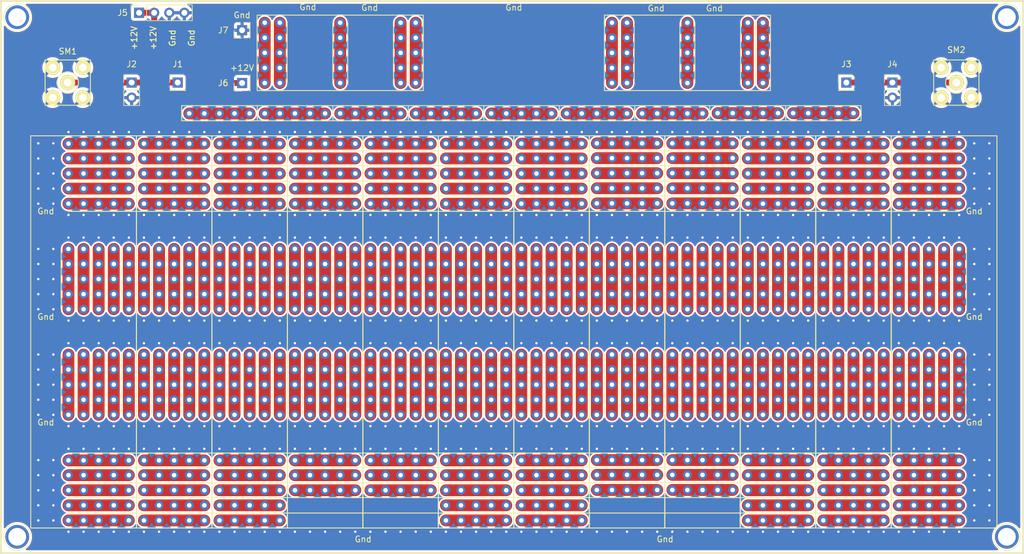
<source format=kicad_pcb>
(kicad_pcb (version 20211014) (generator pcbnew)
  (layers (0 "F.Cu" signal) (31 "B.Cu" signal) (34 "B.Paste" user) (35 "F.Paste" user) (36 "B.SilkS" user "B.Silkscreen") (37 "F.SilkS" user "F.Silkscreen") (38 "B.Mask" user) (39 "F.Mask" user) (44 "Edge.Cuts" user))
  (net 0 "")
  (net 1 "Net-(J1-Pad1)")
  (net 2 "GND")
  (net 3 "Net-(J3-Pad1)")
  (net 4 "+12V")
  (footprint "rblib_v1.1:vertical_strip" (layer "F.Cu") (at 165.1 63.5)
    (fp_text reference "REF**" hide)
    (fp_text value "vertical_strip" hide)
  )
  (footprint "rblib_v1.1:vertical_strip" (layer "F.Cu") (at 124.46 101.6)
    (fp_text reference "REF**" hide)
    (fp_text value "vertical_strip" hide)
  )
  (footprint "TestPoint:TestPoint_Plated_Hole_D3.0mm" (layer "F.Cu") (at 62.5 145)
    (fp_text reference "H3" hide)
    (fp_text value "MountingHole" hide)
  )
  (footprint "rblib_v1.1:vertical_strip" (layer "F.Cu") (at 101.6 81.28 90)
    (fp_text reference "REF**" hide)
    (fp_text value "vertical_strip" hide)
  )
  (footprint "rblib_v1.1:vertical_strip" (layer "F.Cu") (at 152.4 137.16 90)
    (fp_text reference "REF**" hide)
    (fp_text value "vertical_strip" hide)
  )
  (footprint "Connector_PinHeader_2.54mm:PinHeader_1x01_P2.54mm_Vertical" (layer "F.Cu") (at 100.33 59.69 90)
    (fp_text reference "J7")
    (fp_text value "TP_Pwr" hide)
  )
  (footprint "rblib_v1.1:vertical_strip" (layer "F.Cu") (at 76.2 83.82 90)
    (fp_text reference "REF**" hide)
    (fp_text value "vertical_strip" hide)
  )
  (footprint "rblib_v1.1:vertical_strip" (layer "F.Cu") (at 139.7 83.82 90)
    (fp_text reference "REF**" hide)
    (fp_text value "vertical_strip" hide)
  )
  (footprint "rblib_v1.1:vertical_strip" (layer "F.Cu") (at 215.9 81.28 90)
    (fp_text reference "REF**" hide)
    (fp_text value "vertical_strip" hide)
  )
  (footprint "rblib_v1.1:vertical_strip" (layer "F.Cu") (at 76.2 142.24 90)
    (fp_text reference "REF**" hide)
    (fp_text value "vertical_strip" hide)
  )
  (footprint "rblib_v1.1:vertical_strip" (layer "F.Cu") (at 127 134.62 90)
    (fp_text reference "REF**" hide)
    (fp_text value "vertical_strip" hide)
  )
  (footprint "rblib_v1.1:vertical_strip" (layer "F.Cu") (at 215.9 134.62 90)
    (fp_text reference "REF**" hide)
    (fp_text value "vertical_strip" hide)
  )
  (footprint "rblib_v1.1:vertical_strip" (layer "F.Cu") (at 185.42 63.5)
    (fp_text reference "REF**" hide)
    (fp_text value "vertical_strip" hide)
  )
  (footprint "rblib_v1.1:vertical_strip" (layer "F.Cu") (at 152.4 86.36 90)
    (fp_text reference "REF**" hide)
    (fp_text value "vertical_strip" hide)
  )
  (footprint "rblib_v1.1:vertical_strip" (layer "F.Cu") (at 88.9 83.82 90)
    (fp_text reference "REF**" hide)
    (fp_text value "vertical_strip" hide)
  )
  (footprint "rblib_v1.1:vertical_strip" (layer "F.Cu") (at 78.74 101.6)
    (fp_text reference "REF**" hide)
    (fp_text value "vertical_strip" hide)
  )
  (footprint "rblib_v1.1:vertical_strip" (layer "F.Cu") (at 175.26 101.6)
    (fp_text reference "REF**" hide)
    (fp_text value "vertical_strip" hide)
  )
  (footprint "rblib_v1.1:vertical_strip" (layer "F.Cu") (at 76.2 86.36 90)
    (fp_text reference "REF**" hide)
    (fp_text value "vertical_strip" hide)
  )
  (footprint "rblib_v1.1:vertical_strip" (layer "F.Cu") (at 182.88 101.6)
    (fp_text reference "REF**" hide)
    (fp_text value "vertical_strip" hide)
  )
  (footprint "rblib_v1.1:vertical_strip" (layer "F.Cu") (at 91.44 119.38)
    (fp_text reference "REF**" hide)
    (fp_text value "vertical_strip" hide)
  )
  (footprint "rblib_v1.1:vertical_strip" (layer "F.Cu") (at 76.2 134.62 90)
    (fp_text reference "REF**" hide)
    (fp_text value "vertical_strip" hide)
  )
  (footprint "rblib_v1.1:vertical_strip" (layer "F.Cu") (at 86.36 101.6)
    (fp_text reference "REF**" hide)
    (fp_text value "vertical_strip" hide)
  )
  (footprint "rblib_v1.1:vertical_strip" (layer "F.Cu") (at 127 119.38)
    (fp_text reference "REF**" hide)
    (fp_text value "vertical_strip" hide)
  )
  (footprint "rblib_v1.1:vertical_strip" (layer "F.Cu") (at 162.56 101.6)
    (fp_text reference "REF**" hide)
    (fp_text value "vertical_strip" hide)
  )
  (footprint "rblib_v1.1:vertical_strip" (layer "F.Cu") (at 139.7 142.24 90)
    (fp_text reference "REF**" hide)
    (fp_text value "vertical_strip" hide)
  )
  (footprint "rblib_v1.1:vertical_strip" (layer "F.Cu") (at 88.9 137.16 90)
    (fp_text reference "REF**" hide)
    (fp_text value "vertical_strip" hide)
  )
  (footprint "rblib_v1.1:vertical_strip" (layer "F.Cu") (at 76.2 101.6)
    (fp_text reference "REF**" hide)
    (fp_text value "vertical_strip" hide)
  )
  (footprint "rblib_v1.1:vertical_strip" (layer "F.Cu") (at 137.16 101.6)
    (fp_text reference "REF**" hide)
    (fp_text value "vertical_strip" hide)
  )
  (footprint "rblib_v1.1:vertical_strip" (layer "F.Cu") (at 152.4 132.13 90)
    (fp_text reference "REF**" hide)
    (fp_text value "vertical_strip" hide)
  )
  (footprint "rblib_v1.1:vertical_strip" (layer "F.Cu") (at 195.58 101.6)
    (fp_text reference "REF**" hide)
    (fp_text value "vertical_strip" hide)
  )
  (footprint "rblib_v1.1:vertical_strip" (layer "F.Cu") (at 177.8 134.57 90)
    (fp_text reference "REF**" hide)
    (fp_text value "vertical_strip" hide)
  )
  (footprint "rblib_v1.1:vertical_strip" (layer "F.Cu") (at 167.64 119.38)
    (fp_text reference "REF**" hide)
    (fp_text value "vertical_strip" hide)
  )
  (footprint "rblib_v1.1:vertical_strip" (layer "F.Cu") (at 139.7 137.16 90)
    (fp_text reference "REF**" hide)
    (fp_text value "vertical_strip" hide)
  )
  (footprint "rblib_v1.1:vertical_strip" (layer "F.Cu") (at 190.5 88.9 90)
    (fp_text reference "REF**" hide)
    (fp_text value "vertical_strip" hide)
  )
  (footprint "rblib_v1.1:vertical_strip" (layer "F.Cu") (at 99.06 101.6)
    (fp_text reference "REF**" hide)
    (fp_text value "vertical_strip" hide)
  )
  (footprint "rblib_v1.1:vertical_strip" (layer "F.Cu") (at 134.62 101.6)
    (fp_text reference "REF**" hide)
    (fp_text value "vertical_strip" hide)
  )
  (footprint "rblib_v1.1:vertical_strip" (layer "F.Cu") (at 190.5 83.82 90)
    (fp_text reference "REF**" hide)
    (fp_text value "vertical_strip" hide)
  )
  (footprint "rblib_v1.1:vertical_strip" (layer "F.Cu") (at 86.36 119.38)
    (fp_text reference "REF**" hide)
    (fp_text value "vertical_strip" hide)
  )
  (footprint "rblib_v1.1:vertical_strip" (layer "F.Cu") (at 157.48 119.38)
    (fp_text reference "REF**" hide)
    (fp_text value "vertical_strip" hide)
  )
  (footprint "Connector_PinHeader_2.54mm:PinHeader_1x02_P2.54mm_Vertical" (layer "F.Cu") (at 81.75 68.5)
    (fp_text reference "J2")
    (fp_text value "Conn_01x02" hide)
  )
  (footprint "Connector_PinHeader_2.54mm:PinHeader_1x01_P2.54mm_Vertical" (layer "F.Cu") (at 100.33 68.58 90)
    (fp_text reference "J6")
    (fp_text value "TP_Pwr" hide)
  )
  (footprint "rblib_v1.1:vertical_strip" (layer "F.Cu") (at 101.6 101.6)
    (fp_text reference "REF**" hide)
    (fp_text value "vertical_strip" hide)
  )
  (footprint "rblib_v1.1:vertical_strip" (layer "F.Cu") (at 215.9 119.38)
    (fp_text reference "REF**" hide)
    (fp_text value "vertical_strip" hide)
  )
  (footprint "rblib_v1.1:vertical_strip" (layer "F.Cu") (at 71.12 119.38)
    (fp_text reference "REF**" hide)
    (fp_text value "vertical_strip" hide)
  )
  (footprint "rblib_v1.1:vertical_strip" (layer "F.Cu") (at 203.2 132.13 90)
    (fp_text reference "REF**" hide)
    (fp_text value "vertical_strip" hide)
  )
  (footprint "rblib_v1.1:SMA" (layer "F.Cu") (at 220.5 68.5)
    (fp_text reference "SM2")
    (fp_text value "SMA" hide)
  )
  (footprint "rblib_v1.1:vertical_strip" (layer "F.Cu") (at 127 101.6)
    (fp_text reference "REF**" hide)
    (fp_text value "vertical_strip" hide)
  )
  (footprint "rblib_v1.1:vertical_strip" (layer "F.Cu") (at 109.22 119.38)
    (fp_text reference "REF**" hide)
    (fp_text value "vertical_strip" hide)
  )
  (footprint "rblib_v1.1:vertical_strip" (layer "F.Cu") (at 76.2 81.28 90)
    (fp_text reference "REF**" hide)
    (fp_text value "vertical_strip" hide)
  )
  (footprint "rblib_v1.1:vertical_strip" (layer "F.Cu") (at 139.7 78.79 90)
    (fp_text reference "REF**" hide)
    (fp_text value "vertical_strip" hide)
  )
  (footprint "rblib_v1.1:vertical_strip" (layer "F.Cu") (at 198.12 73.66 90)
    (fp_text reference "REF**" hide)
    (fp_text value "vertical_strip" hide)
  )
  (footprint "rblib_v1.1:vertical_strip" (layer "F.Cu") (at 129.54 63.5)
    (fp_text reference "REF**" hide)
    (fp_text value "vertical_strip" hide)
  )
  (footprint "Connector_PinHeader_2.54mm:PinHeader_1x01_P2.54mm_Vertical" (layer "F.Cu") (at 89.5 68.5)
    (fp_text reference "J1")
    (fp_text value "TP_Pwr" hide)
  )
  (footprint "rblib_v1.1:vertical_strip" (layer "F.Cu") (at 147.32 119.38)
    (fp_text reference "REF**" hide)
    (fp_text value "vertical_strip" hide)
  )
  (footprint "rblib_v1.1:vertical_strip" (layer "F.Cu") (at 93.98 119.38)
    (fp_text reference "REF**" hide)
    (fp_text value "vertical_strip" hide)
  )
  (footprint "rblib_v1.1:vertical_strip" (layer "F.Cu") (at 213.36 101.6)
    (fp_text reference "REF**" hide)
    (fp_text value "vertical_strip" hide)
  )
  (footprint "rblib_v1.1:vertical_strip" (layer "F.Cu") (at 152.4 142.24 90)
    (fp_text reference "REF**" hide)
    (fp_text value "vertical_strip" hide)
  )
  (footprint "rblib_v1.1:vertical_strip" (layer "F.Cu") (at 152.4 78.79 90)
    (fp_text reference "REF**" hide)
    (fp_text value "vertical_strip" hide)
  )
  (footprint "rblib_v1.1:vertical_strip" (layer "F.Cu") (at 165.1 83.77 90)
    (fp_text reference "REF**" hide)
    (fp_text value "vertical_strip" hide)
  )
  (footprint "rblib_v1.1:vertical_strip" (layer "F.Cu") (at 139.7 88.9 90)
    (fp_text reference "REF**" hide)
    (fp_text value "vertical_strip" hide)
  )
  (footprint "rblib_v1.1:vertical_strip" (layer "F.Cu") (at 172.72 119.38)
    (fp_text reference "REF**" hide)
    (fp_text value "vertical_strip" hide)
  )
  (footprint "rblib_v1.1:vertical_strip" (layer "F.Cu") (at 172.72 101.6)
    (fp_text reference "REF**" hide)
    (fp_text value "vertical_strip" hide)
  )
  (footprint "rblib_v1.1:vertical_strip" (layer "F.Cu") (at 165.1 134.57 90)
    (fp_text reference "REF**" hide)
    (fp_text value "vertical_strip" hide)
  )
  (footprint "rblib_v1.1:vertical_strip" (layer "F.Cu") (at 76.2 119.38)
    (fp_text reference "REF**" hide)
    (fp_text value "vertical_strip" hide)
  )
  (footprint "rblib_v1.1:vertical_strip" (layer "F.Cu") (at 218.44 101.6)
    (fp_text reference "REF**" hide)
    (fp_text value "vertical_strip" hide)
  )
  (footprint "rblib_v1.1:vertical_strip" (layer "F.Cu") (at 88.9 134.62 90)
    (fp_text reference "REF**" hide)
    (fp_text value "vertical_strip" hide)
  )
  (footprint "rblib_v1.1:vertical_strip" (layer "F.Cu") (at 200.66 101.6)
    (fp_text reference "REF**" hide)
    (fp_text value "vertical_strip" hide)
  )
  (footprint "rblib_v1.1:vertical_strip" (layer "F.Cu") (at 127 63.5)
    (fp_text reference "REF**" hide)
    (fp_text value "vertical_strip" hide)
  )
  (footprint "rblib_v1.1:vertical_strip" (layer "F.Cu") (at 190.5 86.36 90)
    (fp_text reference "REF**" hide)
    (fp_text value "vertical_strip" hide)
  )
  (footprint "rblib_v1.1:vertical_strip" (layer "F.Cu") (at 165.1 101.6)
    (fp_text reference "REF**" hide)
    (fp_text value "vertical_strip" hide)
  )
  (footprint "rblib_v1.1:vertical_strip" (layer "F.Cu") (at 114.3 86.36 90)
    (fp_text reference "REF**" hide)
    (fp_text value "vertical_strip" hide)
  )
  (footprint "rblib_v1.1:vertical_strip" (layer "F.Cu") (at 205.74 101.6)
    (fp_text reference "REF**" hide)
    (fp_text value "vertical_strip" hide)
  )
  (footprint "rblib_v1.1:vertical_strip" (layer "F.Cu") (at 88.9 86.36 90)
    (fp_text reference "REF**" hide)
    (fp_text value "vertical_strip" hide)
  )
  (footprint "rblib_v1.1:vertical_strip" (layer "F.Cu") (at 165.1 86.31 90)
    (fp_text reference "REF**" hide)
    (fp_text value "vertical_strip" hide)
  )
  (footprint "rblib_v1.1:vertical_strip" (layer "F.Cu") (at 203.2 119.38)
    (fp_text reference "REF**" hide)
    (fp_text value "vertical_strip" hide)
  )
  (footprint "rblib_v1.1:vertical_strip" (layer "F.Cu") (at 152.4 139.7 90)
    (fp_text reference "REF**" hide)
    (fp_text value "vertical_strip" hide)
  )
  (footprint "rblib_v1.1:vertical_strip" (layer "F.Cu") (at 154.94 101.6)
    (fp_text reference "REF**" hide)
    (fp_text value "vertical_strip" hide)
  )
  (footprint "rblib_v1.1:vertical_strip" (layer "F.Cu") (at 121.92 73.71 90)
    (fp_text reference "REF**" hide)
    (fp_text value "vertical_strip" hide)
  )
  (footprint "rblib_v1.1:vertical_strip" (layer "F.Cu") (at 96.52 119.38)
    (fp_text reference "REF**" hide)
    (fp_text value "vertical_strip" hide)
  )
  (footprint "TestPoint:TestPoint_Plated_Hole_D3.0mm" (layer "F.Cu") (at 229 145)
    (fp_text reference "H4" hide)
    (fp_text value "MountingHole" hide)
  )
  (footprint "rblib_v1.1:vertical_strip" (layer "F.Cu") (at 152.4 134.62 90)
    (fp_text reference "REF**" hide)
    (fp_text value "vertical_strip" hide)
  )
  (footprint "rblib_v1.1:vertical_strip" (layer "F.Cu") (at 124.46 119.38)
    (fp_text reference "REF**" hide)
    (fp_text value "vertical_strip" hide)
  )
  (footprint "rblib_v1.1:vertical_strip" (layer "F.Cu") (at 116.84 101.6)
    (fp_text reference "REF**" hide)
    (fp_text value "vertical_strip" hide)
  )
  (footprint "rblib_v1.1:vertical_strip" (layer "F.Cu") (at 114.3 101.6)
    (fp_text reference "REF**" hide)
    (fp_text value "vertical_strip" hide)
  )
  (footprint "rblib_v1.1:vertical_strip" (layer "F.Cu") (at 139.7 86.36 90)
    (fp_text reference "REF**" hide)
    (fp_text value "vertical_strip" hide)
  )
  (footprint "rblib_v1.1:vertical_strip" (layer "F.Cu") (at 76.2 132.13 90)
    (fp_text reference "REF**" hide)
    (fp_text value "vertical_strip" hide)
  )
  (footprint "rblib_v1.1:vertical_strip" (layer "F.Cu") (at 114.3 81.28 90)
    (fp_text reference "REF**" hide)
    (fp_text value "vertical_strip" hide)
  )
  (footprint "rblib_v1.1:vertical_strip" (layer "F.Cu") (at 132.08 101.6)
    (fp_text reference "REF**" hide)
    (fp_text value "vertical_strip" hide)
  )
  (footprint "rblib_v1.1:vertical_strip" (layer "F.Cu") (at 208.28 119.38)
    (fp_text reference "REF**" hide)
    (fp_text value "vertical_strip" hide)
  )
  (footprint "rblib_v1.1:vertical_strip" (layer "F.Cu") (at 129.54 119.38)
    (fp_text reference "REF**" hide)
    (fp_text value "vertical_strip" hide)
  )
  (footprint "rblib_v1.1:vertical_strip" (layer "F.Cu") (at 119.38 119.38)
    (fp_text reference "REF**" hide)
    (fp_text value "vertical_strip" hide)
  )
  (footprint "rblib_v1.1:vertical_strip" (layer "F.Cu") (at 144.78 101.6)
    (fp_text reference "REF**" hide)
    (fp_text value "vertical_strip" hide)
  )
  (footprint "rblib_v1.1:vertical_strip" (layer "F.Cu") (at 220.98 119.38)
    (fp_text reference "REF**" hide)
    (fp_text value "vertical_strip" hide)
  )
  (footprint "rblib_v1.1:vertical_strip" (layer "F.Cu") (at 218.44 119.38)
    (fp_text reference "REF**" hide)
    (fp_text value "vertical_strip" hide)
  )
  (footprint "rblib_v1.1:SMA" (layer "F.Cu") (at 71 68.5)
    (fp_text reference "SM1")
    (fp_text value "SMA" hide)
  )
  (footprint "rblib_v1.1:vertical_strip" (layer "F.Cu") (at 88.9 101.6)
    (fp_text reference "REF**" hide)
    (fp_text value "vertical_strip" hide)
  )
  (footprint "rblib_v1.1:vertical_strip" (layer "F.Cu") (at 109.22 73.71 90)
    (fp_text reference "REF**" hide)
    (fp_text value "vertical_strip" hide)
  )
  (footprint "rblib_v1.1:vertical_strip" (layer "F.Cu") (at 127 137.16 90)
    (fp_text reference "REF**" hide)
    (fp_text value "vertical_strip" hide)
  )
  (footprint "rblib_v1.1:vertical_strip" (layer "F.Cu") (at 165.1 137.11 90)
    (fp_text reference "REF**" hide)
    (fp_text value "vertical_strip" hide)
  )
  (footprint "rblib_v1.1:vertical_strip" (layer "F.Cu") (at 106.68 101.6)
    (fp_text reference "REF**" hide)
    (fp_text value "vertical_strip" hide)
  )
  (footprint "rblib_v1.1:vertical_strip" (layer "F.Cu") (at 177.8 119.38)
    (fp_text reference "REF**" hide)
    (fp_text value "vertical_strip" hide)
  )
  (footprint "rblib_v1.1:vertical_strip" (layer "F.Cu") (at 81.28 119.38)
    (fp_text reference "REF**" hide)
    (fp_text value "vertical_strip" hide)
  )
  (footprint "rblib_v1.1:vertical_strip" (layer "F.Cu") (at 190.5 81.28 90)
    (fp_text reference "REF**" hide)
    (fp_text value "vertical_strip" hide)
  )
  (footprint "rblib_v1.1:vertical_strip" (layer "F.Cu") (at 215.9 88.9 90)
    (fp_text reference "REF**" hide)
    (fp_text value "vertical_strip" hide)
  )
  (footprint "rblib_v1.1:vertical_strip" (layer "F.Cu") (at 104.14 101.6)
    (fp_text reference "REF**" hide)
    (fp_text value "vertical_strip" hide)
  )
  (footprint "rblib_v1.1:vertical_strip" (layer "F.Cu") (at 190.5 78.79 90)
    (fp_text reference "REF**" hide)
    (fp_text value "vertical_strip" hide)
  )
  (footprint "rblib_v1.1:vertical_strip" (layer "F.Cu") (at 104.14 119.38)
    (fp_text reference "REF**" hide)
    (fp_text value "vertical_strip" hide)
  )
  (footprint "rblib_v1.1:vertical_strip" (layer "F.Cu") (at 162.56 63.5)
    (fp_text reference "REF**" hide)
    (fp_text value "vertical_strip" hide)
  )
  (footprint "rblib_v1.1:vertical_strip" (layer "F.Cu") (at 96.52 73.71 90)
    (fp_text reference "REF**" hide)
    (fp_text value "vertical_strip" hide)
  )
  (footprint "TestPoint:TestPoint_Plated_Hole_D3.0mm" (layer "F.Cu") (at 229 57.5)
    (fp_text reference "H2" hide)
    (fp_text value "MountingHole" hide)
  )
  (footprint "rblib_v1.1:vertical_strip" (layer "F.Cu") (at 88.9 142.24 90)
    (fp_text reference "REF**" hide)
    (fp_text value "vertical_strip" hide)
  )
  (footprint "rblib_v1.1:vertical_strip" (layer "F.Cu") (at 134.62 119.38)
    (fp_text reference "REF**" hide)
    (fp_text value "vertical_strip" hide)
  )
  (footprint "rblib_v1.1:vertical_strip" (layer "F.Cu") (at 109.22 101.6)
    (fp_text reference "REF**" hide)
    (fp_text value "vertical_strip" hide)
  )
  (footprint "rblib_v1.1:vertical_strip" (layer "F.Cu") (at 177.8 101.6)
    (fp_text reference "REF**" hide)
    (fp_text value "vertical_strip" hide)
  )
  (footprint "rblib_v1.1:vertical_strip" (layer "F.Cu") (at 127 88.9 90)
    (fp_text reference "REF**" hide)
    (fp_text value "vertical_strip" hide)
  )
  (footprint "rblib_v1.1:vertical_strip" (layer "F.Cu") (at 165.1 132.08 90)
    (fp_text reference "REF**" hide)
    (fp_text value "vertical_strip" hide)
  )
  (footprint "rblib_v1.1:vertical_strip" (layer "F.Cu") (at 139.7 139.7 90)
    (fp_text reference "REF**" hide)
    (fp_text value "vertical_strip" hide)
  )
  (footprint "rblib_v1.1:vertical_strip" (layer "F.Cu") (at 101.6 83.82 90)
    (fp_text reference "REF**" hide)
    (fp_text value "vertical_strip" hide)
  )
  (footprint "rblib_v1.1:vertical_strip" (layer "F.Cu") (at 195.58 119.38)
    (fp_text reference "REF**" hide)
    (fp_text value "vertical_strip" hide)
  )
  (footprint "rblib_v1.1:vertical_strip" (layer "F.Cu") (at 152.4 81.28 90)
    (fp_text reference "REF**" hide)
    (fp_text value "vertical_strip" hide)
  )
  (footprint "rblib_v1.1:vertical_strip" (layer "F.Cu") (at 149.86 119.38)
    (fp_text reference "REF**" hide)
    (fp_text value "vertical_strip" hide)
  )
  (footprint "rblib_v1.1:vertical_strip" (layer "F.Cu") (at 215.9 83.82 90)
    (fp_text reference "REF**" hide)
    (fp_text value "vertical_strip" hide)
  )
  (footprint "rblib_v1.1:vertical_strip" (layer "F.Cu") (at 190.5 134.62 90)
    (fp_text reference "REF**" hide)
    (fp_text value "vertical_strip" hide)
  )
  (footprint "rblib_v1.1:vertical_strip" (layer "F.Cu") (at 111.76 101.6)
    (fp_text reference "REF**" hide)
    (fp_text value "vertical_strip" hide)
  )
  (footprint "rblib_v1.1:vertical_strip" (layer "F.Cu") (at 147.32 73.71 90)
    (fp_text reference "REF**" hide)
    (fp_text value "vertical_strip" hide)
  )
  (footprint "rblib_v1.1:vertical_strip" (layer "F.Cu") (at 101.6 137.16 90)
    (fp_text reference "REF**" hide)
    (fp_text value "vertical_strip" hide)
  )
  (footprint "rblib_v1.1:vertical_strip" (layer "F.Cu") (at 190.5 132.13 90)
    (fp_text reference "REF**" hide)
    (fp_text value "vertical_strip" hide)
  )
  (footprint "rblib_v1.1:vertical_strip" (layer "F.Cu") (at 205.74 119.38)
    (fp_text reference "REF**" hide)
    (fp_text value "vertical_strip" hide)
  )
  (footprint "rblib_v1.1:vertical_strip" (layer "F.Cu") (at 172.72 73.71 90)
    (fp_text reference "REF**" hide)
    (fp_text value "vertical_strip" hide)
  )
  (footprint "rblib_v1.1:vertical_strip" (layer "F.Cu") (at 137.16 119.38)
    (fp_text reference "REF**" hide)
    (fp_text value "vertical_strip" hide)
  )
  (footprint "rblib_v1.1:vertical_strip" (layer "F.Cu") (at 119.38 101.6)
    (fp_text reference "REF**" hide)
    (fp_text value "vertical_strip" hide)
  )
  (footprint "rblib_v1.1:vertical_strip" (layer "F.Cu") (at 182.88 119.38)
    (fp_text reference "REF**" hide)
    (fp_text value "vertical_strip" hide)
  )
  (footprint "rblib_v1.1:vertical_strip" (layer "F.Cu") (at 203.2 88.9 90)
    (fp_text reference "REF**" hide)
    (fp_text value "vertical_strip" hide)
  )
  (footprint "rblib_v1.1:vertical_strip" (layer "F.Cu") (at 88.9 139.7 90)
    (fp_text reference "REF**" hide)
    (fp_text value "vertical_strip" hide)
  )
  (footprint "rblib_v1.1:vertical_strip" (layer "F.Cu") (at 203.2 134.62 90)
    (fp_text reference "REF**" hide)
    (fp_text value "vertical_strip" hide)
  )
  (footprint "rblib_v1.1:vertical_strip" (layer "F.Cu") (at 73.66 101.6)
    (fp_text reference "REF**" hide)
    (fp_text value "vertical_strip" hide)
  )
  (footprint "rblib_v1.1:vertical_strip" (layer "F.Cu") (at 152.4 101.6)
    (fp_text reference "REF**" hide)
    (fp_text value "vertical_strip" hide)
  )
  (footprint "rblib_v1.1:vertical_strip" (layer "F.Cu") (at 200.66 119.38)
    (fp_text reference "REF**" hide)
    (fp_text value "vertical_strip" hide)
  )
  (footprint "rblib_v1.1:vertical_strip" (layer "F.Cu") (at 73.66 119.38)
    (fp_text reference "REF**" hide)
    (fp_text value "vertical_strip" hide)
  )
  (footprint "rblib_v1.1:vertical_strip" (layer "F.Cu") (at 114.3 83.82 90)
    (fp_text reference "REF**" hide)
    (fp_text value "vertical_strip" hide)
  )
  (footprint "rblib_v1.1:vertical_strip" (layer "F.Cu") (at 114.3 132.13 90)
    (fp_text reference "REF**" hide)
    (fp_text value "vertical_strip" hide)
  )
  (footprint "rblib_v1.1:vertical_strip" (layer "F.Cu") (at 144.78 119.38)
    (fp_text reference "REF**" hide)
    (fp_text value "vertical_strip" hide)
  )
  (footprint "rblib_v1.1:vertical_strip" (layer "F.Cu") (at 215.9 139.7 90)
    (fp_text reference "REF**" hide)
    (fp_text value "vertical_strip" hide)
  )
  (footprint "rblib_v1.1:vertical_strip" (layer "F.Cu") (at 127 78.79 90)
    (fp_text reference "REF**" hide)
    (fp_text value "vertical_strip" hide)
  )
  (footprint "rblib_v1.1:vertical_strip" (layer "F.Cu") (at 152.4 119.38)
    (fp_text reference "REF**" hide)
    (fp_text value "vertical_strip" hide)
  )
  (footprint "rblib_v1.1:vertical_strip" (layer "F.Cu") (at 215.9 137.16 90)
    (fp_text reference "REF**" hide)
    (fp_text value "vertical_strip" hide)
  )
  (footprint "rblib_v1.1:vertical_strip" (layer "F.Cu") (at 101.6 119.38)
    (fp_text reference "REF**" hide)
    (fp_text value "vertical_strip" hide)
  )
  (footprint "rblib_v1.1:vertical_strip" (layer "F.Cu") (at 106.68 119.38)
    (fp_text reference "REF**" hide)
    (fp_text value "vertical_strip" hide)
  )
  (footprint "rblib_v1.1:vertical_strip" (layer "F.Cu") (at 127 81.28 90)
    (fp_text reference "REF**" hide)
    (fp_text value "vertical_strip" hide)
  )
  (footprint "rblib_v1.1:vertical_strip" (layer "F.Cu") (at 71.12 101.6)
    (fp_text reference "REF**" hide)
    (fp_text value "vertical_strip" hide)
  )
  (footprint "rblib_v1.1:vertical_strip" (layer "F.Cu") (at 142.24 119.38)
    (fp_text reference "REF**" hide)
    (fp_text value "vertical_strip" hide)
  )
  (footprint "rblib_v1.1:vertical_strip" (layer "F.Cu") (at 127 83.82 90)
    (fp_text reference "REF**" hide)
    (fp_text value "vertical_strip" hide)
  )
  (footprint "rblib_v1.1:vertical_strip" (layer "F.Cu") (at 114.3 137.16 90)
    (fp_text reference "REF**" hide)
    (fp_text value "vertical_strip" hide)
  )
  (footprint "rblib_v1.1:vertical_strip" (layer "F.Cu") (at 116.84 119.38)
    (fp_text reference "REF**" hide)
    (fp_text value "vertical_strip" hide)
  )
  (footprint "rblib_v1.1:vertical_strip" (layer "F.Cu") (at 76.2 137.16 90)
    (fp_text reference "REF**" hide)
    (fp_text value "vertical_strip" hide)
  )
  (footprint "rblib_v1.1:vertical_strip" (layer "F.Cu") (at 88.9 81.28 90)
    (fp_text reference "REF**" hide)
    (fp_text value "vertical_strip" hide)
  )
  (footprint "rblib_v1.1:vertical_strip" (layer "F.Cu") (at 76.2 139.7 90)
    (fp_text reference "REF**" hide)
    (fp_text value "vertical_strip" hide)
  )
  (footprint "rblib_v1.1:vertical_strip" (layer "F.Cu") (at 81.28 101.6)
    (fp_text reference "REF**" hide)
    (fp_text value "vertical_strip" hide)
  )
  (footprint "rblib_v1.1:vertical_strip" (layer "F.Cu") (at 127 86.36 90)
    (fp_text reference "REF**" hide)
    (fp_text value "vertical_strip" hide)
  )
  (footprint "rblib_v1.1:vertical_strip" (layer "F.Cu") (at 177.8 137.11 90)
    (fp_text reference "REF**" hide)
    (fp_text value "vertical_strip" hide)
  )
  (footprint "rblib_v1.1:vertical_strip" (layer "F.Cu") (at 116.84 63.5)
    (fp_text reference "REF**" hide)
    (fp_text value "vertical_strip" hide)
  )
  (footprint "rblib_v1.1:vertical_strip" (layer "F.Cu") (at 220.98 101.6)
    (fp_text reference "REF**" hide)
    (fp_text value "vertical_strip" hide)
  )
  (footprint "Connector_PinHeader_2.54mm:PinHeader_1x01_P2.54mm_Vertical" (layer "F.Cu") (at 202 68.5)
    (fp_text reference "J3")
    (fp_text value "TP_Pwr" hide)
  )
  (footprint "rblib_v1.1:vertical_strip" (layer "F.Cu") (at 193.04 101.6)
    (fp_text reference "REF**" hide)
    (fp_text value "vertical_strip" hide)
  )
  (footprint "rblib_v1.1:vertical_strip" (layer "F.Cu") (at 203.2 81.28 90)
    (fp_text reference "REF**" hide)
    (fp_text value "vertical_strip" hide)
  )
  (footprint "rblib_v1.1:vertical_strip" (layer "F.Cu") (at 193.04 119.38)
    (fp_text reference "REF**" hide)
    (fp_text value "vertical_strip" hide)
  )
  (footprint "rblib_v1.1:vertical_strip" (layer "F.Cu") (at 162.56 119.38)
    (fp_text reference "REF**" hide)
    (fp_text value "vertical_strip" hide)
  )
  (footprint "rblib_v1.1:vertical_strip" (layer "F.Cu") (at 210.82 101.6)
    (fp_text reference "REF**" hide)
    (fp_text value "vertical_strip" hide)
  )
  (footprint "rblib_v1.1:vertical_strip" (layer "F.Cu") (at 152.4 88.9 90)
    (fp_text reference "REF**" hide)
    (fp_text value "vertical_strip" hide)
  )
  (footprint "rblib_v1.1:vertical_strip" (layer "F.Cu") (at 215.9 78.79 90)
    (fp_text reference "REF**" hide)
    (fp_text value "vertical_strip" hide)
  )
  (footprint "rblib_v1.1:vertical_strip" (layer "F.Cu") (at 215.9 132.13 90)
    (fp_text reference "REF**" hide)
    (fp_text value "vertical_strip" hide)
  )
  (footprint "rblib_v1.1:vertical_strip" (layer "F.Cu") (at 177.8 83.77 90)
    (fp_text reference "REF**" hide)
    (fp_text value "vertical_strip" hide)
  )
  (footprint "rblib_v1.1:vertical_strip" (layer "F.Cu") (at 165.1 78.74 90)
    (fp_text reference "REF**" hide)
    (fp_text value "vertical_strip" hide)
  )
  (footprint "TestPoint:TestPoint_Plated_Hole_D3.0mm" (layer "F.Cu") (at 62.5 57.5)
    (fp_text reference "H1" hide)
    (fp_text value "MountingHole" hide)
  )
  (footprint "rblib_v1.1:vertical_strip" (layer "F.Cu") (at 121.92 119.38)
    (fp_text reference "REF**" hide)
    (fp_text value "vertical_strip" hide)
  )
  (footprint "rblib_v1.1:vertical_strip" (layer "F.Cu") (at 129.54 101.6)
    (fp_text reference "REF**" hide)
    (fp_text value "vertical_strip" hide)
  )
  (footprint "rblib_v1.1:vertical_strip" (layer "F.Cu") (at 114.3 88.9 90)
    (fp_text reference "REF**" hide)
    (fp_text value "vertical_strip" hide)
  )
  (footprint "Connector_PinHeader_2.54mm:PinHeader_1x02_P2.54mm_Vertical" (layer "F.Cu") (at 209.75 68.5)
    (fp_text reference "J4")
    (fp_text value "Conn_01x02" hide)
  )
  (footprint "rblib_v1.1:vertical_strip" (layer "F.Cu") (at 185.42 119.38)
    (fp_text reference "REF**" hide)
    (fp_text value "vertical_strip" hide)
  )
  (footprint "rblib_v1.1:vertical_strip" (layer "F.Cu") (at 165.1 88.85 90)
    (fp_text reference "REF**" hide)
    (fp_text value "vertical_strip" hide)
  )
  (footprint "rblib_v1.1:vertical_strip" (layer "F.Cu") (at 114.3 78.79 90)
    (fp_text reference "REF**" hide)
    (fp_text value "vertical_strip" hide)
  )
  (footprint "rblib_v1.1:vertical_strip" (layer "F.Cu") (at 177.8 132.08 90)
    (fp_text reference "REF**" hide)
    (fp_text value "vertical_strip" hide)
  )
  (footprint "rblib_v1.1:vertical_strip" (layer "F.Cu") (at 139.7 132.13 90)
    (fp_text reference "REF**" hide)
    (fp_text value "vertical_strip" hide)
  )
  (footprint "rblib_v1.1:vertical_strip" (layer "F.Cu") (at 101.6 139.7 90)
    (fp_text reference "REF**" hide)
    (fp_text value "vertical_strip" hide)
  )
  (footprint "rblib_v1.1:vertical_strip" (layer "F.Cu") (at 190.5 137.16 90)
    (fp_text reference "REF**" hide)
    (fp_text value "vertical_strip" hide)
  )
  (footprint "rblib_v1.1:vertical_strip" (layer "F.Cu") (at 154.94 119.38)
    (fp_text reference "REF**" hide)
    (fp_text value "vertical_strip" hide)
  )
  (footprint "rblib_v1.1:vertical_strip" (layer "F.Cu") (at 215.9 101.6)
    (fp_text reference "REF**" hide)
    (fp_text value "vertical_strip" hide)
  )
  (footprint "rblib_v1.1:vertical_strip" (layer "F.Cu") (at 180.34 119.38)
    (fp_text reference "REF**" hide)
    (fp_text value "vertical_strip" hide)
  )
  (footprint "rblib_v1.1:vertical_strip" (layer "F.Cu") (at 177.8 78.74 90)
    (fp_text reference "REF**" hide)
    (fp_text value "vertical_strip" hide)
  )
  (footprint "rblib_v1.1:vertical_strip" (layer "F.Cu") (at 203.2 83.82 90)
    (fp_text reference "REF**" hide)
    (fp_text value "vertical_strip" hide)
  )
  (footprint "rblib_v1.1:vertical_strip" (layer "F.Cu") (at 121.92 101.6)
    (fp_text reference "REF**" hide)
    (fp_text value "vertical_strip" hide)
  )
  (footprint "rblib_v1.1:vertical_strip" (layer "F.Cu") (at 114.3 134.62 90)
    (fp_text reference "REF**" hide)
    (fp_text value "vertical_strip" hide)
  )
  (footprint "rblib_v1.1:vertical_strip" (layer "F.Cu") (at 187.96 119.38)
    (fp_text reference "REF**" hide)
    (fp_text value "vertical_strip" hide)
  )
  (footprint "rblib_v1.1:vertical_strip" (layer "F.Cu") (at 152.4 83.82 90)
    (fp_text reference "REF**" hide)
    (fp_text value "vertical_strip" hide)
  )
  (footprint "rblib_v1.1:vertical_strip" (layer "F.Cu") (at 104.14 63.5)
    (fp_text reference "REF**" hide)
    (fp_text value "vertical_strip" hide)
  )
  (footprint "rblib_v1.1:vertical_strip" (layer "F.Cu") (at 175.26 119.38)
    (fp_text reference "REF**" hide)
    (fp_text value "vertical_strip" hide)
  )
  (footprint "rblib_v1.1:vertical_strip" (layer "F.Cu") (at 99.06 119.38)
    (fp_text reference "REF**" hide)
    (fp_text value "vertical_strip" hide)
  )
  (footprint "rblib_v1.1:vertical_strip" (layer "F.Cu") (at 215.9 86.36 90)
    (fp_text reference "REF**" hide)
    (fp_text value "vertical_strip" hide)
  )
  (footprint "rblib_v1.1:vertical_strip" (layer "F.Cu") (at 142.24 101.6)
    (fp_text reference "REF**" hide)
    (fp_text value "vertical_strip" hide)
  )
  (footprint "rblib_v1.1:vertical_strip" (layer "F.Cu") (at 198.12 119.38)
    (fp_text reference "REF**" hide)
    (fp_text value "vertical_strip" hide)
  )
  (footprint "rblib_v1.1:vertical_strip" (layer "F.Cu") (at 203.2 142.24 90)
    (fp_text reference "REF**" hide)
    (fp_text value "vertical_strip" hide)
  )
  (footprint "rblib_v1.1:vertical_strip" (layer "F.Cu") (at 96.52 101.6)
    (fp_text reference "REF**" hide)
    (fp_text value "vertical_strip" hide)
  )
  (footprint "rblib_v1.1:vertical_strip" (layer "F.Cu") (at 165.1 81.23 90)
    (fp_text reference "REF**" hide)
    (fp_text value "vertical_strip" hide)
  )
  (footprint "rblib_v1.1:vertical_strip" (layer "F.Cu") (at 177.8 88.85 90)
    (fp_text reference "REF**" hide)
    (fp_text value "vertical_strip" hide)
  )
  (footprint "Connector_PinSocket_2.54mm:PinSocket_1x04_P2.54mm_Vertical" (layer "F.Cu") (at 83 56.75 90)
    (fp_text reference "J5")
    (fp_text value "Conn_01x04" hide)
  )
  (footprint "rblib_v1.1:vertical_strip" (layer "F.Cu") (at 177.8 86.31 90)
    (fp_text reference "REF**" hide)
    (fp_text value "vertical_strip" hide)
  )
  (footprint "rblib_v1.1:vertical_strip" (layer "F.Cu") (at 170.18 101.6)
    (fp_text reference "REF**" hide)
    (fp_text value "vertical_strip" hide)
  )
  (footprint "rblib_v1.1:vertical_strip" (layer "F.Cu") (at 127 132.13 90)
    (fp_text reference "REF**" hide)
    (fp_text value "vertical_strip" hide)
  )
  (footprint "rblib_v1.1:vertical_strip" (layer "F.Cu") (at 78.74 119.38)
    (fp_text reference "REF**" hide)
    (fp_text value "vertical_strip" hide)
  )
  (footprint "rblib_v1.1:vertical_strip" (layer "F.Cu") (at 88.9 132.13 90)
    (fp_text reference "REF**" hide)
    (fp_text value "vertical_strip" hide)
  )
  (footprint "rblib_v1.1:vertical_strip" (layer "F.Cu") (at 93.98 101.6)
    (fp_text reference "REF**" hide)
    (fp_text value "vertical_strip" hide)
  )
  (footprint "rblib_v1.1:vertical_strip" (layer "F.Cu") (at 198.12 101.6)
    (fp_text reference "REF**" hide)
    (fp_text value "vertical_strip" hide)
  )
  (footprint "rblib_v1.1:vertical_strip" (layer "F.Cu") (at 106.68 63.5)
    (fp_text reference "REF**" hide)
    (fp_text value "vertical_strip" hide)
  )
  (footprint "rblib_v1.1:vertical_strip" (layer "F.Cu") (at 190.5 139.7 90)
    (fp_text reference "REF**" hide)
    (fp_text value "vertical_strip" hide)
  )
  (footprint "rblib_v1.1:vertical_strip" (layer "F.Cu") (at 139.7 119.38)
    (fp_text reference "REF**" hide)
    (fp_text value "vertical_strip" hide)
  )
  (footprint "rblib_v1.1:vertical_strip" (layer "F.Cu") (at 187.96 101.6)
    (fp_text reference "REF**" hide)
    (fp_text value "vertical_strip" hide)
  )
  (footprint "rblib_v1.1:vertical_strip" (layer "F.Cu") (at 111.76 119.38)
    (fp_text reference "REF**" hide)
    (fp_text value "vertical_strip" hide)
  )
  (footprint "rblib_v1.1:vertical_strip" (layer "F.Cu") (at 215.9 142.24 90)
    (fp_text reference "REF**" hide)
    (fp_text value "vertical_strip" hide)
  )
  (footprint "rblib_v1.1:vertical_strip" (layer "F.Cu") (at 101.6 86.36 90)
    (fp_text reference "REF**" hide)
    (fp_text value "vertical_strip" hide)
  )
  (footprint "rblib_v1.1:vertical_strip" (layer "F.Cu") (at 180.34 101.6)
    (fp_text reference "REF**" hide)
    (fp_text value "vertical_strip" hide)
  )
  (footprint "rblib_v1.1:vertical_strip" (layer "F.Cu") (at 83.82 101.6)
    (fp_text reference "REF**" hide)
    (fp_text value "vertical_strip" hide)
  )
  (footprint "rblib_v1.1:vertical_strip" (layer "F.Cu") (at 187.96 63.5)
    (fp_text reference "REF**" hide)
    (fp_text value "vertical_strip" hide)
  )
  (footprint "rblib_v1.1:vertical_strip" (layer "F.Cu") (at 203.2 139.7 90)
    (fp_text reference "REF**" hide)
    (fp_text value "vertical_strip" hide)
  )
  (footprint "rblib_v1.1:vertical_strip" (layer "F.Cu") (at 139.7 81.28 90)
    (fp_text reference "REF**" hide)
    (fp_text value "vertical_strip" hide)
  )
  (footprint "rblib_v1.1:vertical_strip" (layer "F.Cu") (at 160.02 119.38)
    (fp_text reference "REF**" hide)
    (fp_text value "vertical_strip" hide)
  )
  (footprint "rblib_v1.1:vertical_strip" (layer "F.Cu") (at 203.2 101.6)
    (fp_text reference "REF**" hide)
    (fp_text value "vertical_strip" hide)
  )
  (footprint "rblib_v1.1:vertical_strip" (layer "F.Cu") (at 88.9 88.9 90)
    (fp_text reference "REF**" hide)
    (fp_text value "vertical_strip" hide)
  )
  (footprint "rblib_v1.1:vertical_strip" (layer "F.Cu") (at 170.18 119.38)
    (fp_text reference "REF**" hide)
    (fp_text value "vertical_strip" hide)
  )
  (footprint "rblib_v1.1:vertical_strip" (layer "F.Cu") (at 134.62 73.71 90)
    (fp_text reference "REF**" hide)
    (fp_text value "vertical_strip" hide)
  )
  (footprint "rblib_v1.1:vertical_strip" (layer "F.Cu") (at 88.9 119.38)
    (fp_text reference "REF**" hide)
    (fp_text value "vertical_strip" hide)
  )
  (footprint "rblib_v1.1:vertical_strip" (layer "F.Cu") (at 213.36 119.38)
    (fp_text reference "REF**" hide)
    (fp_text value "vertical_strip" hide)
  )
  (footprint "rblib_v1.1:vertical_strip" (layer "F.Cu") (at 185.42 101.6)
    (fp_text reference "REF**" hide)
    (fp_text value "vertical_strip" hide)
  )
  (footprint "rblib_v1.1:vertical_strip" (layer "F.Cu") (at 185.42 73.66 90)
    (fp_text reference "REF**" hide)
    (fp_text value "vertical_strip" hide)
  )
  (footprint "rblib_v1.1:vertical_strip" (layer "F.Cu") (at 203.2 86.36 90)
    (fp_text reference "REF**" hide)
    (fp_text value "vertical_strip" hide)
  )
  (footprint "rblib_v1.1:vertical_strip" (layer "F.Cu") (at 177.8 81.23 90)
    (fp_text reference "REF**" hide)
    (fp_text value "vertical_strip" hide)
  )
  (footprint "rblib_v1.1:vertical_strip" (layer "F.Cu") (at 114.3 119.38)
    (fp_text reference "REF**" hide)
    (fp_text value "vertical_strip" hide)
  )
  (footprint "rblib_v1.1:vertical_strip" (layer "F.Cu") (at 160.02 73.71 90)
    (fp_text reference "REF**" hide)
    (fp_text value "vertical_strip" hide)
  )
  (footprint "rblib_v1.1:vertical_strip" (layer "F.Cu") (at 190.5 101.6)
    (fp_text reference "REF**" hide)
    (fp_text value "vertical_strip" hide)
  )
  (footprint "rblib_v1.1:vertical_strip" (layer "F.Cu") (at 149.86 101.6)
    (fp_text reference "REF**" hide)
    (fp_text value "vertical_strip" hide)
  )
  (footprint "rblib_v1.1:vertical_strip" (layer "F.Cu") (at 175.26 63.5)
    (fp_text reference "REF**" hide)
    (fp_text value "vertical_strip" hide)
  )
  (footprint "rblib_v1.1:vertical_strip" (layer "F.Cu") (at 165.1 119.38)
    (fp_text reference "REF**" hide)
    (fp_text value "vertical_strip" hide)
  )
  (footprint "rblib_v1.1:vertical_strip" (layer "F.Cu") (at 203.2 78.79 90)
    (fp_text reference "REF**" hide)
    (fp_text value "vertical_strip" hide)
  )
  (footprint "rblib_v1.1:vertical_strip" (layer "F.Cu") (at 132.08 119.38)
    (fp_text reference "REF**" hide)
    (fp_text value "vertical_strip" hide)
  )
  (footprint "rblib_v1.1:vertical_strip" (layer "F.Cu") (at 157.48 101.6)
    (fp_text reference "REF**" hide)
    (fp_text value "vertical_strip" hide)
  )
  (footprint "rblib_v1.1:vertical_strip" (layer "F.Cu") (at 190.5 142.24 90)
    (fp_text reference "REF**" hide)
    (fp_text value "vertical_strip" hide)
  )
  (footprint "rblib_v1.1:vertical_strip" (layer "F.Cu") (at 101.6 134.62 90)
    (fp_text reference "REF**" hide)
    (fp_text value "vertical_strip" hide)
  )
  (footprint "rblib_v1.1:vertical_strip" (layer "F.Cu") (at 76.2 88.9 90)
    (fp_text reference "REF**" hide)
    (fp_text value "vertical_strip" hide)
  )
  (footprint "rblib_v1.1:vertical_strip" (layer "F.Cu") (at 76.2 78.79 90)
    (fp_text reference "REF**" hide)
    (fp_text value "vertical_strip" hide)
  )
  (footprint "rblib_v1.1:vertical_strip" (layer "F.Cu") (at 160.02 101.6)
    (fp_text reference "REF**" hide)
    (fp_text value "vertical_strip" hide)
  )
  (footprint "rblib_v1.1:vertical_strip" (layer "F.Cu") (at 167.64 101.6)
    (fp_text reference "REF**" hide)
    (fp_text value "vertical_strip" hide)
  )
  (footprint "rblib_v1.1:vertical_strip" (layer "F.Cu") (at 101.6 132.13 90)
    (fp_text reference "REF**" hide)
    (fp_text value "vertical_strip" hide)
  )
  (footprint "rblib_v1.1:vertical_strip" (layer "F.Cu") (at 101.6 88.9 90)
    (fp_text reference "REF**" hide)
    (fp_text value "vertical_strip" hide)
  )
  (footprint "rblib_v1.1:vertical_strip" (layer "F.Cu") (at 210.82 119.38)
    (fp_text reference "REF**" hide)
    (fp_text value "vertical_strip" hide)
  )
  (footprint "rblib_v1.1:vertical_strip" (layer "F.Cu") (at 91.44 101.6)
    (fp_text reference "REF**" hide)
    (fp_text value "vertical_strip" hide)
  )
  (footprint "rblib_v1.1:vertical_strip" (layer "F.Cu") (at 208.28 101.6)
    (fp_text reference "REF**" hide)
    (fp_text value "vertical_strip" hide)
  )
  (footprint "rblib_v1.1:vertical_strip" (layer "F.Cu") (at 139.7 101.6)
    (fp_text reference "REF**" hide)
    (fp_text value "vertical_strip" hide)
  )
  (footprint "rblib_v1.1:vertical_strip" (layer "F.Cu") (at 147.32 101.6)
    (fp_text reference "REF**" hide)
    (fp_text value "vertical_strip" hide)
  )
  (footprint "rblib_v1.1:vertical_strip" (layer "F.Cu") (at 190.5 119.38)
    (fp_text reference "REF**" hide)
    (fp_text value "vertical_strip" hide)
  )
  (footprint "rblib_v1.1:vertical_strip" (layer "F.Cu") (at 83.82 119.38)
    (fp_text reference "REF**" hide)
    (fp_text value "vertical_strip" hide)
  )
  (footprint "rblib_v1.1:vertical_strip" (layer "F.Cu") (at 139.7 134.62 90)
    (fp_text reference "REF**" hide)
    (fp_text value "vertical_strip" hide)
  )
  (footprint "rblib_v1.1:vertical_strip" (layer "F.Cu") (at 88.9 78.79 90)
    (fp_text reference "REF**" hide)
    (fp_text value "vertical_strip" hide)
  )
  (footprint "rblib_v1.1:vertical_strip" (layer "F.Cu") (at 203.2 137.16 90)
    (fp_text reference "REF**" hide)
    (fp_text value "vertical_strip" hide)
  )
  (footprint "rblib_v1.1:vertical_strip" (layer "F.Cu") (at 101.6 142.24 90)
    (fp_text reference "REF**" hide)
    (fp_text value "vertical_strip" hide)
  )
  (footprint "rblib_v1.1:vertical_strip" (layer "F.Cu") (at 101.6 78.79 90)
    (fp_text reference "REF**" hide)
    (fp_text value "vertical_strip" hide)
  )
  (gr_line (start 110.5 114.2) (end 110.5 124.4) (layer "F.SilkS") (width 0.15))
  (gr_line (start 113 114.2) (end 113 124.4) (layer "F.SilkS") (width 0.15))
  (gr_line (start 181.6 96.5) (end 181.6 106.7) (layer "F.SilkS") (width 0.15))
  (gr_line (start 77.4 96.5) (end 77.4 106.7) (layer "F.SilkS") (width 0.15))
  (gr_line (start 71.1 141) (end 221 141) (layer "F.SilkS") (width 0.15))
  (gr_line (start 214.6 96.5) (end 214.6 106.7) (layer "F.SilkS") (width 0.15))
  (gr_line (start 148.6 114.2) (end 148.6 124.4) (layer "F.SilkS") (width 0.15))
  (gr_rect (start 133.35 77.47) (end 146.05 143.51) (layer "F.SilkS") (width 0.15) (fill none))
  (gr_line (start 186.7 114.2) (end 186.7 124.4) (layer "F.SilkS") (width 0.15))
  (gr_line (start 118.1 58.5) (end 118.1 68.7) (layer "F.SilkS") (width 0.15))
  (gr_line (start 138.4 96.5) (end 138.4 106.7) (layer "F.SilkS") (width 0.15))
  (gr_line (start 71.1 87.6) (end 221 87.6) (layer "F.SilkS") (width 0.15))
  (gr_line (start 153.6 96.5) (end 153.6 106.7) (layer "F.SilkS") (width 0.15))
  (gr_line (start 140.9 96.5) (end 140.9 106.7) (layer "F.SilkS") (width 0.15))
  (gr_line (start 90.1 96.5) (end 90.1 106.7) (layer "F.SilkS") (width 0.15))
  (gr_line (start 161.3 96.5) (end 161.3 106.7) (layer "F.SilkS") (width 0.15))
  (gr_line (start 71.1 138.4) (end 221 138.4) (layer "F.SilkS") (width 0.15))
  (gr_line (start 74.9 96.5) (end 74.9 106.7) (layer "F.SilkS") (width 0.15))
  (gr_line (start 189.2 114.2) (end 189.2 124.4) (layer "F.SilkS") (width 0.15))
  (gr_line (start 166.3 114.2) (end 166.3 124.4) (layer "F.SilkS") (width 0.15))
  (gr_line (start 207 96.5) (end 207 106.7) (layer "F.SilkS") (width 0.15))
  (gr_line (start 110.5 96.5) (end 110.5 106.7) (layer "F.SilkS") (width 0.15))
  (gr_line (start 87.6 114.2) (end 87.6 124.4) (layer "F.SilkS") (width 0.15))
  (gr_line (start 174 96.5) (end 174 106.7) (layer "F.SilkS") (width 0.15))
  (gr_line (start 166.3 58.2) (end 166.3 68.4) (layer "F.SilkS") (width 0.15))
  (gr_line (start 222.2 96.5) (end 222.2 106.7) (layer "F.SilkS") (width 0.15))
  (gr_line (start 163.8 96.5) (end 163.8 106.7) (layer "F.SilkS") (width 0.15))
  (gr_line (start 87.6 96.5) (end 87.6 106.7) (layer "F.SilkS") (width 0.15))
  (gr_line (start 161.3 114.2) (end 161.3 124.4) (layer "F.SilkS") (width 0.15))
  (gr_line (start 97.8 114.2) (end 97.8 124.4) (layer "F.SilkS") (width 0.15))
  (gr_line (start 71.1 80) (end 221 80) (layer "F.SilkS") (width 0.15))
  (gr_line (start 85.1 114.2) (end 85.1 124.4) (layer "F.SilkS") (width 0.15))
  (gr_line (start 69.9 96.4) (end 69.9 106.6) (layer "F.SilkS") (width 0.15))
  (gr_line (start 151.1 114.2) (end 151.1 124.4) (layer "F.SilkS") (width 0.15))
  (gr_line (start 143.5 96.5) (end 143.5 106.7) (layer "F.SilkS") (width 0.15))
  (gr_line (start 71.1 90.2) (end 221 90.2) (layer "F.SilkS") (width 0.15))
  (gr_line (start 92.7 114.2) (end 92.7 124.4) (layer "F.SilkS") (width 0.15))
  (gr_line (start 71.1 133.3) (end 221 133.3) (layer "F.SilkS") (width 0.15))
  (gr_line (start 69.9 114.2) (end 69.9 124.4) (layer "F.SilkS") (width 0.15))
  (gr_line (start 85.1 96.5) (end 85.1 106.7) (layer "F.SilkS") (width 0.15))
  (gr_line (start 201.9 96.5) (end 201.9 106.7) (layer "F.SilkS") (width 0.15))
  (gr_line (start 212.1 96.5) (end 212.1 106.7) (layer "F.SilkS") (width 0.15))
  (gr_rect (start 90.17 72.39) (end 204.47 74.93) (layer "F.SilkS") (width 0.15) (fill none))
  (gr_line (start 90.1 114.2) (end 90.1 124.4) (layer "F.SilkS") (width 0.15))
  (gr_rect (start 146.05 77.47) (end 158.75 143.51) (layer "F.SilkS") (width 0.15) (fill none))
  (gr_rect (start 95.25 77.47) (end 107.95 143.51) (layer "F.SilkS") (width 0.15) (fill none))
  (gr_line (start 181.6 114.2) (end 181.6 124.4) (layer "F.SilkS") (width 0.15))
  (gr_line (start 102.8 114.2) (end 102.8 124.4) (layer "F.SilkS") (width 0.15))
  (gr_rect (start 64.77 77.47) (end 82.55 143.51) (layer "F.SilkS") (width 0.15) (fill none))
  (gr_line (start 135.9 114.2) (end 135.9 124.4) (layer "F.SilkS") (width 0.15))
  (gr_line (start 176.5 58.4) (end 176.5 68.6) (layer "F.SilkS") (width 0.15))
  (gr_line (start 153.6 114.2) (end 153.6 124.4) (layer "F.SilkS") (width 0.15))
  (gr_line (start 143.5 114.2) (end 143.5 124.4) (layer "F.SilkS") (width 0.15))
  (gr_line (start 219.7 114.2) (end 219.7 124.4) (layer "F.SilkS") (width 0.15))
  (gr_line (start 72.4 96.5) (end 72.4 106.7) (layer "F.SilkS") (width 0.15))
  (gr_line (start 176.5 96.5) (end 176.5 106.7) (layer "F.SilkS") (width 0.15))
  (gr_line (start 100.3 96.5) (end 100.3 106.7) (layer "F.SilkS") (width 0.15))
  (gr_rect (start 196.85 77.47) (end 209.55 143.51) (layer "F.SilkS") (width 0.15) (fill none))
  (gr_rect (start 82.55 77.47) (end 95.25 143.51) (layer "F.SilkS") (width 0.15) (fill none))
  (gr_line (start 207 114.2) (end 207 124.4) (layer "F.SilkS") (width 0.15))
  (gr_line (start 105.4 58.3) (end 105.4 68.5) (layer "F.SilkS") (width 0.15))
  (gr_line (start 179 114.2) (end 179 124.4) (layer "F.SilkS") (width 0.15))
  (gr_line (start 191.7 114.2) (end 191.7 124.4) (layer "F.SilkS") (width 0.15))
  (gr_line (start 125.7 114.2) (end 125.7 124.4) (layer "F.SilkS") (width 0.15))
  (gr_rect (start 184.15 77.47) (end 196.85 143.51) (layer "F.SilkS") (width 0.15) (fill none))
  (gr_line (start 191.8 72.45) (end 191.8 74.95) (layer "F.SilkS") (width 0.15))
  (gr_line (start 174 114.2) (end 174 124.4) (layer "F.SilkS") (width 0.15))
  (gr_rect (start 102.87 57.15) (end 130.81 69.85) (layer "F.SilkS") (width 0.15) (fill none))
  (gr_line (start 204.4 96.5) (end 204.4 106.7) (layer "F.SilkS") (width 0.15))
  (gr_line (start 74.9 114.2) (end 74.9 124.4) (layer "F.SilkS") (width 0.15))
  (gr_line (start 128.3 72.45) (end 128.3 74.95) (layer "F.SilkS") (width 0.15))
  (gr_rect (start 161.29 57.15) (end 189.23 69.85) (layer "F.SilkS") (width 0.15) (fill none))
  (gr_line (start 153.7 72.45) (end 153.7 74.95) (layer "F.SilkS") (width 0.15))
  (gr_line (start 217.1 96.5) (end 217.1 106.7) (layer "F.SilkS") (width 0.15))
  (gr_line (start 163.8 114.2) (end 163.8 124.4) (layer "F.SilkS") (width 0.15))
  (gr_line (start 222.1 114.2) (end 222.1 124.4) (layer "F.SilkS") (width 0.15))
  (gr_line (start 174 58.4) (end 174 68.6) (layer "F.SilkS") (width 0.15))
  (gr_line (start 115.6 58.5) (end 115.6 68.7) (layer "F.SilkS") (width 0.15))
  (gr_line (start 72.4 114.2) (end 72.4 124.4) (layer "F.SilkS") (width 0.15))
  (gr_line (start 100.3 114.2) (end 100.3 124.4) (layer "F.SilkS") (width 0.15))
  (gr_line (start 168.9 96.5) (end 168.9 106.7) (layer "F.SilkS") (width 0.15))
  (gr_line (start 176.5 114.2) (end 176.5 124.4) (layer "F.SilkS") (width 0.15))
  (gr_line (start 194.3 114.2) (end 194.3 124.4) (layer "F.SilkS") (width 0.15))
  (gr_line (start 204.4 114.2) (end 204.4 124.4) (layer "F.SilkS") (width 0.15))
  (gr_line (start 186.7 58.3) (end 186.7 68.5) (layer "F.SilkS") (width 0.15))
  (gr_line (start 80 96.5) (end 80 106.7) (layer "F.SilkS") (width 0.15))
  (gr_line (start 151.1 96.5) (end 151.1 106.7) (layer "F.SilkS") (width 0.15))
  (gr_line (start 199.4 114.2) (end 199.4 124.4) (layer "F.SilkS") (width 0.15))
  (gr_line (start 156.2 96.5) (end 156.2 106.7) (layer "F.SilkS") (width 0.15))
  (gr_line (start 107.9 58.3) (end 107.9 68.5) (layer "F.SilkS") (width 0.15))
  (gr_line (start 217.1 114.2) (end 217.1 124.4) (layer "F.SilkS") (width 0.15))
  (gr_line (start 166.3 96.5) (end 166.3 106.7) (layer "F.SilkS") (width 0.15))
  (gr_line (start 125.7 96.5) (end 125.7 106.7) (layer "F.SilkS") (width 0.15))
  (gr_line (start 219.7 96.5) (end 219.7 106.7) (layer "F.SilkS") (width 0.15))
  (gr_line (start 105.4 96.5) (end 105.4 106.7) (layer "F.SilkS") (width 0.15))
  (gr_line (start 118.1 114.2) (end 118.1 124.4) (layer "F.SilkS") (width 0.15))
  (gr_line (start 118.1 96.5) (end 118.1 106.7) (layer "F.SilkS") (width 0.15))
  (gr_line (start 214.6 114.2) (end 214.6 124.4) (layer "F.SilkS") (width 0.15))
  (gr_line (start 71.1 130.9) (end 221 130.9) (layer "F.SilkS") (width 0.15))
  (gr_line (start 123.2 96.5) (end 123.2 106.7) (layer "F.SilkS") (width 0.15))
  (gr_line (start 184.2 58.3) (end 184.2 68.5) (layer "F.SilkS") (width 0.15))
  (gr_rect (start 107.95 77.47) (end 120.65 143.51) (layer "F.SilkS") (width 0.15) (fill none))
  (gr_rect (start 158.75 77.47) (end 171.45 143.51) (layer "F.SilkS") (width 0.15) (fill none))
  (gr_line (start 156.2 114.2) (end 156.2 124.4) (layer "F.SilkS") (width 0.15))
  (gr_line (start 102.9 72.4) (end 102.9 74.9) (layer "F.SilkS") (width 0.15))
  (gr_line (start 77.4 114.2) (end 77.4 124.4) (layer "F.SilkS") (width 0.15))
  (gr_line (start 115.6 72.45) (end 115.6 74.95) (layer "F.SilkS") (width 0.15))
  (gr_line (start 80 114.2) (end 80 124.4) (layer "F.SilkS") (width 0.15))
  (gr_line (start 113 96.5) (end 113 106.7) (layer "F.SilkS") (width 0.15))
  (gr_line (start 102.8 96.5) (end 102.8 106.7) (layer "F.SilkS") (width 0.15))
  (gr_line (start 212.1 114.2) (end 212.1 124.4) (layer "F.SilkS") (width 0.15))
  (gr_line (start 135.9 96.5) (end 135.9 106.7) (layer "F.SilkS") (width 0.15))
  (gr_line (start 140.9 114.2) (end 140.9 124.4) (layer "F.SilkS") (width 0.15))
  (gr_line (start 128.3 58.4) (end 128.3 68.6) (layer "F.SilkS") (width 0.15))
  (gr_line (start 186.7 96.5) (end 186.7 106.7) (layer "F.SilkS") (width 0.15))
  (gr_line (start 128.2 96.5) (end 128.2 106.7) (layer "F.SilkS") (width 0.15))
  (gr_rect (start 59.75 54.75) (end 231.75 147.75) (layer "F.SilkS") (width 0.3) (fill none))
  (gr_line (start 191.7 96.5) (end 191.7 106.7) (layer "F.SilkS") (width 0.15))
  (gr_line (start 189.2 96.5) (end 189.2 106.7) (layer "F.SilkS") (width 0.15))
  (gr_line (start 166.4 72.45) (end 166.4 74.95) (layer "F.SilkS") (width 0.15))
  (gr_line (start 115.5 114.2) (end 115.5 124.4) (layer "F.SilkS") (width 0.15))
  (gr_line (start 194.3 96.5) (end 194.3 106.7) (layer "F.SilkS") (width 0.15))
  (gr_rect (start 209.55 77.47) (end 227.33 143.51) (layer "F.SilkS") (width 0.15) (fill none))
  (gr_line (start 105.4 114.2) (end 105.4 124.4) (layer "F.SilkS") (width 0.15))
  (gr_line (start 168.9 114.2) (end 168.9 124.4) (layer "F.SilkS") (width 0.15))
  (gr_line (start 115.5 96.5) (end 115.5 106.7) (layer "F.SilkS") (width 0.15))
  (gr_line (start 71.1 135.9) (end 221 135.9) (layer "F.SilkS") (width 0.15))
  (gr_line (start 123.2 114.2) (end 123.2 124.4) (layer "F.SilkS") (width 0.15))
  (gr_line (start 71.1 82.5) (end 221 82.5) (layer "F.SilkS") (width 0.15))
  (gr_line (start 148.6 96.5) (end 148.6 106.7) (layer "F.SilkS") (width 0.15))
  (gr_line (start 92.7 96.5) (end 92.7 106.7) (layer "F.SilkS") (width 0.15))
  (gr_rect (start 171.45 77.47) (end 184.15 143.51) (layer "F.SilkS") (width 0.15) (fill none))
  (gr_line (start 125.8 58.4) (end 125.8 68.6) (layer "F.SilkS") (width 0.15))
  (gr_line (start 130.8 96.5) (end 130.8 106.7) (layer "F.SilkS") (width 0.15))
  (gr_line (start 138.4 114.2) (end 138.4 124.4) (layer "F.SilkS") (width 0.15))
  (gr_line (start 179 96.5) (end 179 106.7) (layer "F.SilkS") (width 0.15))
  (gr_line (start 141 72.45) (end 141 74.95) (layer "F.SilkS") (width 0.15))
  (gr_rect (start 120.65 77.47) (end 133.35 143.51) (layer "F.SilkS") (width 0.15) (fill none))
  (gr_line (start 130.8 114.2) (end 130.8 124.4) (layer "F.SilkS") (width 0.15))
  (gr_line (start 128.2 114.2) (end 128.2 124.4) (layer "F.SilkS") (width 0.15))
  (gr_line (start 179 72.45) (end 179 74.95) (layer "F.SilkS") (width 0.15))
  (gr_line (start 71.1 85.1) (end 221 85.1) (layer "F.SilkS") (width 0.15))
  (gr_line (start 97.8 96.5) (end 97.8 106.7) (layer "F.SilkS") (width 0.15))
  (gr_line (start 201.9 114.2) (end 201.9 124.4) (layer "F.SilkS") (width 0.15))
  (gr_line (start 163.8 58.2) (end 163.8 68.4) (layer "F.SilkS") (width 0.15))
  (gr_line (start 199.4 96.5) (end 199.4 106.7) (layer "F.SilkS") (width 0.15))
  (gr_rect (start 59.75 54.75) (end 231.75 147.75) (layer "Edge.Cuts") (width 0.1) (fill none))
  (gr_text "Gnd" (at 170 56) (layer "F.SilkS") (effects (font (size 1 1))))
  (gr_text "Gnd" (at 111.4 55.8) (layer "F.SilkS") (effects (font (size 1 1))))
  (gr_text "+12V\n\n+12V\n\nGnd\n\nGnd" (at 87 61 90) (layer "F.SilkS") (effects (font (size 1 1))))
  (gr_text "Gnd" (at 100.33 57.15) (layer "F.SilkS") (effects (font (size 1 1))))
  (gr_text "Gnd" (at 223.52 125.73) (layer "F.SilkS") (effects (font (size 1 1))))
  (gr_text "Gnd" (at 121.8 55.9) (layer "F.SilkS") (effects (font (size 1 1))))
  (gr_text "Gnd" (at 67.31 125.73) (layer "F.SilkS") (effects (font (size 1 1))))
  (gr_text "Gnd" (at 67.31 107.95) (layer "F.SilkS") (effects (font (size 1 1))))
  (gr_text "Gnd" (at 67.31 90.17) (layer "F.SilkS") (effects (font (size 1 1))))
  (gr_text "+12V" (at 100.33 66.04) (layer "F.SilkS") (effects (font (size 1 1))))
  (gr_text "Gnd" (at 223.52 90.17) (layer "F.SilkS") (effects (font (size 1 1))))
  (gr_text "Gnd" (at 171.5 145.4) (layer "F.SilkS") (effects (font (size 1 1))))
  (gr_text "Gnd" (at 120.7 145.4) (layer "F.SilkS") (effects (font (size 1 1))))
  (gr_text "Gnd" (at 223.52 107.95) (layer "F.SilkS") (effects (font (size 1 1))))
  (gr_text "Gnd" (at 146.05 55.88) (layer "F.SilkS") (effects (font (size 1 1))))
  (gr_text "Gnd" (at 179.8 56) (layer "F.SilkS") (effects (font (size 1 1))))
  (gr_text "+12V\n\n+12V\n\nGnd\n\nGnd" (at 87 61 90) (layer "F.SilkS") (effects (font (size 1 1))))
  (segment (start 81.74 68.51) (end 81.75 68.5) (width 1) (layer "F.Cu") (net 1))
  (segment (start 71 68.51) (end 81.74 68.51) (width 1) (layer "F.Cu") (net 1))
  (segment (start 81.75 68.5) (end 89.5 68.5) (width 1) (layer "F.Cu") (net 1))
  (via (at 139.7 76.835) (size 0.8) (drill 0.4) (layers "F.Cu" "B.Cu") (net 2))
  (via (at 200.66 144.145) (size 0.8) (drill 0.4) (layers "F.Cu" "B.Cu") (net 2))
  (via (at 68.58 114.3) (size 0.8) (drill 0.4) (layers "F.Cu" "B.Cu") (net 2))
  (via (at 127 90.805) (size 0.8) (drill 0.4) (layers "F.Cu" "B.Cu") (net 2))
  (via (at 116.84 76.835) (size 0.8) (drill 0.4) (layers "F.Cu" "B.Cu") (net 2))
  (via (at 127 144.145) (size 0.8) (drill 0.4) (layers "F.Cu" "B.Cu") (net 2))
  (via (at 83.82 94.615) (size 0.8) (drill 0.4) (layers "F.Cu" "B.Cu") (net 2))
  (via (at 101.6 144.145) (size 0.8) (drill 0.4) (layers "F.Cu" "B.Cu") (net 2))
  (via (at 76.2 90.805) (size 0.8) (drill 0.4) (layers "F.Cu" "B.Cu") (net 2))
  (via (at 223.52 119.38) (size 0.8) (drill 0.4) (layers "F.Cu" "B.Cu") (net 2))
  (via (at 81.28 76.835) (size 0.8) (drill 0.4) (layers "F.Cu" "B.Cu") (net 2))
  (via (at 213.36 94.615) (size 0.8) (drill 0.4) (layers "F.Cu" "B.Cu") (net 2))
  (via (at 99.06 94.615) (size 0.8) (drill 0.4) (layers "F.Cu" "B.Cu") (net 2))
  (via (at 157.48 144.145) (size 0.8) (drill 0.4) (layers "F.Cu" "B.Cu") (net 2))
  (via (at 81.28 90.805) (size 0.8) (drill 0.4) (layers "F.Cu" "B.Cu") (net 2))
  (via (at 142.24 76.835) (size 0.8) (drill 0.4) (layers "F.Cu" "B.Cu") (net 2))
  (via (at 68.58 78.74) (size 0.8) (drill 0.4) (layers "F.Cu" "B.Cu") (net 2))
  (via (at 182.88 90.805) (size 0.8) (drill 0.4) (layers "F.Cu" "B.Cu") (net 2))
  (via (at 218.44 130.175) (size 0.8) (drill 0.4) (layers "F.Cu" "B.Cu") (net 2))
  (via (at 175.26 94.615) (size 0.8) (drill 0.4) (layers "F.Cu" "B.Cu") (net 2))
  (via (at 205.74 94.615) (size 0.8) (drill 0.4) (layers "F.Cu" "B.Cu") (net 2))
  (via (at 121.92 90.805) (size 0.8) (drill 0.4) (layers "F.Cu" "B.Cu") (net 2))
  (via (at 134.62 126.365) (size 0.8) (drill 0.4) (layers "F.Cu" "B.Cu") (net 2))
  (via (at 157.48 130.175) (size 0.8) (drill 0.4) (layers "F.Cu" "B.Cu") (net 2))
  (via (at 226.06 124.46) (size 0.8) (drill 0.4) (layers "F.Cu" "B.Cu") (net 2))
  (via (at 68.58 142.24) (size 0.8) (drill 0.4) (layers "F.Cu" "B.Cu") (net 2))
  (via (at 149.86 108.585) (size 0.8) (drill 0.4) (layers "F.Cu" "B.Cu") (net 2))
  (via (at 147.32 144.145) (size 0.8) (drill 0.4) (layers "F.Cu" "B.Cu") (net 2))
  (via (at 83.82 126.365) (size 0.8) (drill 0.4) (layers "F.Cu" "B.Cu") (net 2))
  (via (at 78.74 144.145) (size 0.8) (drill 0.4) (layers "F.Cu" "B.Cu") (net 2))
  (via (at 180.34 90.805) (size 0.8) (drill 0.4) (layers "F.Cu" "B.Cu") (net 2))
  (via (at 124.46 144.145) (size 0.8) (drill 0.4) (layers "F.Cu" "B.Cu") (net 2))
  (via (at 203.2 108.585) (size 0.8) (drill 0.4) (layers "F.Cu" "B.Cu") (net 2))
  (via (at 218.44 112.395) (size 0.8) (drill 0.4) (layers "F.Cu" "B.Cu") (net 2))
  (via (at 223.52 142.24) (size 0.8) (drill 0.4) (layers "F.Cu" "B.Cu") (net 2))
  (via (at 226.06 134.62) (size 0.8) (drill 0.4) (layers "F.Cu" "B.Cu") (net 2))
  (via (at 157.48 90.805) (size 0.8) (drill 0.4) (layers "F.Cu" "B.Cu") (net 2))
  (via (at 66.04 104.14) (size 0.8) (drill 0.4) (layers "F.Cu" "B.Cu") (net 2))
  (via (at 185.42 90.805) (size 0.8) (drill 0.4) (layers "F.Cu" "B.Cu") (net 2))
  (via (at 121.92 108.585) (size 0.8) (drill 0.4) (layers "F.Cu" "B.Cu") (net 2))
  (via (at 137.16 144.145) (size 0.8) (drill 0.4) (layers "F.Cu" "B.Cu") (net 2))
  (via (at 124.46 130.175) (size 0.8) (drill 0.4) (layers "F.Cu" "B.Cu") (net 2))
  (via (at 226.06 116.84) (size 0.8) (drill 0.4) (layers "F.Cu" "B.Cu") (net 2))
  (via (at 187.96 108.585) (size 0.8) (drill 0.4) (layers "F.Cu" "B.Cu") (net 2))
  (via (at 99.06 90.805) (size 0.8) (drill 0.4) (layers "F.Cu" "B.Cu") (net 2))
  (via (at 152.4 144.145) (size 0.8) (drill 0.4) (layers "F.Cu" "B.Cu") (net 2))
  (via (at 226.06 83.82) (size 0.8) (drill 0.4) (layers "F.Cu" "B.Cu") (net 2))
  (via (at 116.84 90.805) (size 0.8) (drill 0.4) (layers "F.Cu" "B.Cu") (net 2))
  (via (at 96.52 126.365) (size 0.8) (drill 0.4) (layers "F.Cu" "B.Cu") (net 2))
  (via (at 134.62 108.585) (size 0.8) (drill 0.4) (layers "F.Cu" "B.Cu") (net 2))
  (via (at 167.64 90.805) (size 0.8) (drill 0.4) (layers "F.Cu" "B.Cu") (net 2))
  (via (at 165.1 108.585) (size 0.8) (drill 0.4) (layers "F.Cu" "B.Cu") (net 2))
  (via (at 160.02 144.145) (size 0.8) (drill 0.4) (layers "F.Cu" "B.Cu") (net 2))
  (via (at 200.66 90.805) (size 0.8) (drill 0.4) (layers "F.Cu" "B.Cu") (net 2))
  (via (at 223.52 106.68) (size 0.8) (drill 0.4) (layers "F.Cu" "B.Cu") (net 2))
  (via (at 81.28 144.145) (size 0.8) (drill 0.4) (layers "F.Cu" "B.Cu") (net 2))
  (via (at 144.78 126.365) (size 0.8) (drill 0.4) (layers "F.Cu" "B.Cu") (net 2))
  (via (at 88.9 130.175) (size 0.8) (drill 0.4) (layers "F.Cu" "B.Cu") (net 2))
  (via (at 200.66 130.175) (size 0.8) (drill 0.4) (layers "F.Cu" "B.Cu") (net 2))
  (via (at 218.44 108.585) (size 0.8) (drill 0.4) (layers "F.Cu" "B.Cu") (net 2))
  (via (at 213.36 112.395) (size 0.8) (drill 0.4) (layers "F.Cu" "B.Cu") (net 2))
  (via (at 172.72 144.145) (size 0.8) (drill 0.4) (layers "F.Cu" "B.Cu") (net 2))
  (via (at 78.74 94.615) (size 0.8) (drill 0.4) (layers "F.Cu" "B.Cu") (net 2))
  (via (at 139.7 108.585) (size 0.8) (drill 0.4) (layers "F.Cu" "B.Cu") (net 2))
  (via (at 162.56 130.175) (size 0.8) (drill 0.4) (layers "F.Cu" "B.Cu") (net 2))
  (via (at 167.64 144.145) (size 0.8) (drill 0.4) (layers "F.Cu" "B.Cu") (net 2))
  (via (at 193.04 126.365) (size 0.8) (drill 0.4) (layers "F.Cu" "B.Cu") (net 2))
  (via (at 165.1 90.805) (size 0.8) (drill 0.4) (layers "F.Cu" "B.Cu") (net 2))
  (via (at 185.42 130.175) (size 0.8) (drill 0.4) (layers "F.Cu" "B.Cu") (net 2))
  (via (at 187.96 144.145) (size 0.8) (drill 0.4) (layers "F.Cu" "B.Cu") (net 2))
  (via (at 213.36 144.145) (size 0.8) (drill 0.4) (layers "F.Cu" "B.Cu") (net 2))
  (via (at 116.84 94.615) (size 0.8) (drill 0.4) (layers "F.Cu" "B.Cu") (net 2))
  (via (at 198.12 94.615) (size 0.8) (drill 0.4) (layers "F.Cu" "B.Cu") (net 2))
  (via (at 66.04 86.36) (size 0.8) (drill 0.4) (layers "F.Cu" "B.Cu") (net 2))
  (via (at 119.38 144.145) (size 0.8) (drill 0.4) (layers "F.Cu" "B.Cu") (net 2))
  (via (at 210.82 76.835) (size 0.8) (drill 0.4) (layers "F.Cu" "B.Cu") (net 2))
  (via (at 195.58 144.145) (size 0.8) (drill 0.4) (layers "F.Cu" "B.Cu") (net 2))
  (via (at 116.84 126.365) (size 0.8) (drill 0.4) (layers "F.Cu" "B.Cu") (net 2))
  (via (at 124.46 94.615) (size 0.8) (drill 0.4) (layers "F.Cu" "B.Cu") (net 2))
  (via (at 175.26 76.835) (size 0.8) (drill 0.4) (layers "F.Cu" "B.Cu") (net 2))
  (via (at 132.08 94.615) (size 0.8) (drill 0.4) (layers "F.Cu" "B.Cu") (net 2))
  (via (at 104.14 130.175) (size 0.8) (drill 0.4) (layers "F.Cu" "B.Cu") (net 2))
  (via (at 157.48 94.615) (size 0.8) (drill 0.4) (layers "F.Cu" "B.Cu") (net 2))
  (via (at 93.98 76.835) (size 0.8) (drill 0.4) (layers "F.Cu" "B.Cu") (net 2))
  (via (at 210.82 108.585) (size 0.8) (drill 0.4) (layers "F.Cu" "B.Cu") (net 2))
  (via (at 91.44 144.145) (size 0.8) (drill 0.4) (layers "F.Cu" "B.Cu") (net 2))
  (via (at 144.78 94.615) (size 0.8) (drill 0.4) (layers "F.Cu" "B.Cu") (net 2))
  (via (at 73.66 126.365) (size 0.8) (drill 0.4) (layers "F.Cu" "B.Cu") (net 2))
  (via (at 198.12 112.395) (size 0.8) (drill 0.4) (layers "F.Cu" "B.Cu") (net 2))
  (via (at 210.82 112.395) (size 0.8) (drill 0.4) (layers "F.Cu" "B.Cu") (net 2))
  (via (at 218.44 90.805) (size 0.8) (drill 0.4) (layers "F.Cu" "B.Cu") (net 2))
  (via (at 66.04 96.52) (size 0.8) (drill 0.4) (layers "F.Cu" "B.Cu") (net 2))
  (via (at 96.52 76.835) (size 0.8) (drill 0.4) (layers "F.Cu" "B.Cu") (net 2))
  (via (at 109.22 112.395) (size 0.8) (drill 0.4) (layers "F.Cu" "B.Cu") (net 2))
  (via (at 215.9 130.175) (size 0.8) (drill 0.4) (layers "F.Cu" "B.Cu") (net 2))
  (via (at 175.26 144.145) (size 0.8) (drill 0.4) (layers "F.Cu" "B.Cu") (net 2))
  (via (at 170.18 108.585) (size 0.8) (drill 0.4) (layers "F.Cu" "B.Cu") (net 2))
  (via (at 223.52 132.08) (size 0.8) (drill 0.4) (layers "F.Cu" "B.Cu") (net 2))
  (via (at 147.32 112.395) (size 0.8) (drill 0.4) (layers "F.Cu" "B.Cu") (net 2))
  (via (at 111.76 76.835) (size 0.8) (drill 0.4) (layers "F.Cu" "B.Cu") (net 2))
  (via (at 165.1 112.395) (size 0.8) (drill 0.4) (layers "F.Cu" "B.Cu") (net 2))
  (via (at 129.54 108.585) (size 0.8) (drill 0.4) (layers "F.Cu" "B.Cu") (net 2))
  (via (at 157.48 108.585) (size 0.8) (drill 0.4) (layers "F.Cu" "B.Cu") (net 2))
  (via (at 137.16 126.365) (size 0.8) (drill 0.4) (layers "F.Cu" "B.Cu") (net 2))
  (via (at 203.2 90.805) (size 0.8) (drill 0.4) (layers "F.Cu" "B.Cu") (net 2))
  (via (at 205.74 76.835) (size 0.8) (drill 0.4) (layers "F.Cu" "B.Cu") (net 2))
  (via (at 144.78 90.805) (size 0.8) (drill 0.4) (layers "F.Cu" "B.Cu") (net 2))
  (via (at 220.98 108.585) (size 0.8) (drill 0.4) (layers "F.Cu" "B.Cu") (net 2))
  (via (at 208.28 130.175) (size 0.8) (drill 0.4) (layers "F.Cu" "B.Cu") (net 2))
  (via (at 119.38 130.175) (size 0.8) (drill 0.4) (layers "F.Cu" "B.Cu") (net 2))
  (via (at 88.9 94.615) (size 0.8) (drill 0.4) (layers "F.Cu" "B.Cu") (net 2))
  (via (at 66.04 81.28) (size 0.8) (drill 0.4) (layers "F.Cu" "B.Cu") (net 2))
  (via (at 132.08 130.175) (size 0.8) (drill 0.4) (layers "F.Cu" "B.Cu") (net 2))
  (via (at 162.56 76.835) (size 0.8) (drill 0.4) (layers "F.Cu" "B.Cu") (net 2))
  (via (at 68.58 99.06) (size 0.8) (drill 0.4) (layers "F.Cu" "B.Cu") (net 2))
  (via (at 149.86 126.365) (size 0.8) (drill 0.4) (layers "F.Cu" "B.Cu") (net 2))
  (via (at 73.66 90.805) (size 0.8) (drill 0.4) (layers "F.Cu" "B.Cu") (net 2))
  (via (at 182.88 108.585) (size 0.8) (drill 0.4) (layers "F.Cu" "B.Cu") (net 2))
  (via (at 170.18 94.615) (size 0.8) (drill 0.4) (layers "F.Cu" "B.Cu") (net 2))
  (via (at 66.04 137.16) (size 0.8) (drill 0.4) (layers "F.Cu" "B.Cu") (net 2))
  (via (at 170.18 144.145) (size 0.8) (drill 0.4) (layers "F.Cu" "B.Cu") (net 2))
  (via (at 127 108.585) (size 0.8) (drill 0.4) (layers "F.Cu" "B.Cu") (net 2))
  (via (at 88.9 76.835) (size 0.8) (drill 0.4) (layers "F.Cu" "B.Cu") (net 2))
  (via (at 114.3 144.145) (size 0.8) (drill 0.4) (layers "F.Cu" "B.Cu") (net 2))
  (via (at 215.9 90.805) (size 0.8) (drill 0.4) (layers "F.Cu" "B.Cu") (net 2))
  (via (at 210.82 94.615) (size 0.8) (drill 0.4) (layers "F.Cu" "B.Cu") (net 2))
  (via (at 73.66 112.395) (size 0.8) (drill 0.4) (layers "F.Cu" "B.Cu") (net 2))
  (via (at 78.74 130.175) (size 0.8) (drill 0.4) (layers "F.Cu" "B.Cu") (net 2))
  (via (at 91.44 112.395) (size 0.8) (drill 0.4) (layers "F.Cu" "B.Cu") (net 2))
  (via (at 71.12 94.615) (size 0.8) (drill 0.4) (layers "F.Cu" "B.Cu") (net 2))
  (via (at 190.5 126.365) (size 0.8) (drill 0.4) (layers "F.Cu" "B.Cu") (net 2))
  (via (at 127 94.615) (size 0.8) (drill 0.4) (layers "F.Cu" "B.Cu") (net 2))
  (via (at 195.58 108.585) (size 0.8) (drill 0.4) (layers "F.Cu" "B.Cu") (net 2))
  (via (at 226.06 114.3) (size 0.8) (drill 0.4) (layers "F.Cu" "B.Cu") (net 2))
  (via (at 200.66 126.365) (size 0.8) (drill 0.4) (layers "F.Cu" "B.Cu") (net 2))
  (via (at 114.3 112.395) (size 0.8) (drill 0.4) (layers "F.Cu" "B.Cu") (net 2))
  (via (at 99.06 126.365) (size 0.8) (drill 0.4) (layers "F.Cu" "B.Cu") (net 2))
  (via (at 91.44 108.585) (size 0.8) (drill 0.4) (layers "F.Cu" "B.Cu") (net 2))
  (via (at 152.4 130.175) (size 0.8) (drill 0.4) (layers "F.Cu" "B.Cu") (net 2))
  (via (at 132.08 144.145) (size 0.8) (drill 0.4) (layers "F.Cu" "B.Cu") (net 2))
  (via (at 66.04 78.74) (size 0.8) (drill 0.4) (layers "F.Cu" "B.Cu") (net 2))
  (via (at 104.14 108.585) (size 0.8) (drill 0.4) (layers "F.Cu" "B.Cu") (net 2))
  (via (at 86.36 126.365) (size 0.8) (drill 0.4) (layers "F.Cu" "B.Cu") (net 2))
  (via (at 185.42 112.395) (size 0.8) (drill 0.4) (layers "F.Cu" "B.Cu") (net 2))
  (via (at 124.46 76.835) (size 0.8) (drill 0.4) (layers "F.Cu" "B.Cu") (net 2))
  (via (at 220.98 126.365) (size 0.8) (drill 0.4) (layers "F.Cu" "B.Cu") (net 2))
  (via (at 91.44 76.835) (size 0.8) (drill 0.4) (layers "F.Cu" "B.Cu") (net 2))
  (via (at 81.28 108.585) (size 0.8) (drill 0.4) (layers "F.Cu" "B.Cu") (net 2))
  (via (at 147.32 108.585) (size 0.8) (drill 0.4) (layers "F.Cu" "B.Cu") (net 2))
  (via (at 187.96 112.395) (size 0.8) (drill 0.4) (layers "F.Cu" "B.Cu") (net 2))
  (via (at 93.98 126.365) (size 0.8) (drill 0.4) (layers "F.Cu" "B.Cu") (net 2))
  (via (at 147.32 94.615) (size 0.8) (drill 0.4) (layers "F.Cu" "B.Cu") (net 2))
  (via (at 226.06 104.14) (size 0.8) (drill 0.4) (layers "F.Cu" "B.Cu") (net 2))
  (via (at 96.52 108.585) (size 0.8) (drill 0.4) (layers "F.Cu" "B.Cu") (net 2))
  (via (at 200.66 94.615) (size 0.8) (drill 0.4) (layers "F.Cu" "B.Cu") (net 2))
  (via (at 185.42 76.835) (size 0.8) (drill 0.4) (layers "F.Cu" "B.Cu") (net 2))
  (via (at 88.9 112.395) (size 0.8) (drill 0.4) (layers "F.Cu" "B.Cu") (net 2))
  (via (at 200.66 112.395) (size 0.8) (drill 0.4) (layers "F.Cu" "B.Cu") (net 2))
  (via (at 83.82 130.175) (size 0.8) (drill 0.4) (layers "F.Cu" "B.Cu") (net 2))
  (via (at 162.56 94.615) (size 0.8) (drill 0.4) (layers "F.Cu" "B.Cu") (net 2))
  (via (at 177.8 108.585) (size 0.8) (drill 0.4) (layers "F.Cu" "B.Cu") (net 2))
  (via (at 154.94 108.585) (size 0.8) (drill 0.4) (layers "F.Cu" "B.Cu") (net 2))
  (via (at 134.62 130.175) (size 0.8) (drill 0.4) (layers "F.Cu" "B.Cu") (net 2))
  (via (at 121.92 112.395) (size 0.8) (drill 0.4) (layers "F.Cu" "B.Cu") (net 2))
  (via (at 223.52 99.06) (size 0.8) (drill 0.4) (layers "F.Cu" "B.Cu") (net 2))
  (via (at 198.12 144.145) (size 0.8) (drill 0.4) (layers "F.Cu" "B.Cu") (net 2))
  (via (at 205.74 90.805) (size 0.8) (drill 0.4) (layers "F.Cu" "B.Cu") (net 2))
  (via (at 106.68 144.145) (size 0.8) (drill 0.4) (layers "F.Cu" "B.Cu") (net 2))
  (via (at 91.44 94.615) (size 0.8) (drill 0.4) (layers "F.Cu" "B.Cu") (net 2))
  (via (at 144.78 130.175) (size 0.8) (drill 0.4) (layers "F.Cu" "B.Cu") (net 2))
  (via (at 101.6 108.585) (size 0.8) (drill 0.4) (layers "F.Cu" "B.Cu") (net 2))
  (via (at 68.58 121.92) (size 0.8) (drill 0.4) (layers "F.Cu" "B.Cu") (net 2))
  (via (at 200.66 76.835) (size 0.8) (drill 0.4) (layers "F.Cu" "B.Cu") (net 2))
  (via (at 142.24 94.615) (size 0.8) (drill 0.4) (layers "F.Cu" "B.Cu") (net 2))
  (via (at 213.36 126.365) (size 0.8) (drill 0.4) (layers "F.Cu" "B.Cu") (net 2))
  (via (at 111.76 130.175) (size 0.8) (drill 0.4) (layers "F.Cu" "B.Cu") (net 2))
  (via (at 132.08 90.805) (size 0.8) (drill 0.4) (layers "F.Cu" "B.Cu") (net 2))
  (via (at 106.68 108.585) (size 0.8) (drill 0.4) (layers "F.Cu" "B.Cu") (net 2))
  (via (at 180.34 144.145) (size 0.8) (drill 0.4) (layers "F.Cu" "B.Cu") (net 2))
  (via (at 68.58 124.46) (size 0.8) (drill 0.4) (layers "F.Cu" "B.Cu") (net 2))
  (via (at 76.2 76.835) (size 0.8) (drill 0.4) (layers "F.Cu" "B.Cu") (net 2))
  (via (at 223.52 96.52) (size 0.8) (drill 0.4) (layers "F.Cu" "B.Cu") (net 2))
  (via (at 172.72 108.585) (size 0.8) (drill 0.4) (layers "F.Cu" "B.Cu") (net 2))
  (via (at 142.24 126.365) (size 0.8) (drill 0.4) (layers "F.Cu" "B.Cu") (net 2))
  (via (at 144.78 76.835) (size 0.8) (drill 0.4) (layers "F.Cu" "B.Cu") (net 2))
  (via (at 157.48 112.395) (size 0.8) (drill 0.4) (layers "F.Cu" "B.Cu") (net 2))
  (via (at 73.66 76.835) (size 0.8) (drill 0.4) (layers "F.Cu" "B.Cu") (net 2))
  (via (at 223.52 139.7) (size 0.8) (drill 0.4) (layers "F.Cu" "B.Cu") (net 2))
  (via (at 205.74 130.175) (size 0.8) (drill 0.4) (layers "F.Cu" "B.Cu") (net 2))
  (via (at 190.5 144.145) (size 0.8) (drill 0.4) (layers "F.Cu" "B.Cu") (net 2))
  (via (at 215.9 94.615) (size 0.8) (drill 0.4) (layers "F.Cu" "B.Cu") (net 2))
  (via (at 139.7 90.805) (size 0.8) (drill 0.4) (layers "F.Cu" "B.Cu") (net 2))
  (via (at 96.52 130.175) (size 0.8) (drill 0.4) (layers "F.Cu" "B.Cu") (net 2))
  (via (at 205.74 126.365) (size 0.8) (drill 0.4) (layers "F.Cu" "B.Cu") (net 2))
  (via (at 203.2 130.175) (size 0.8) (drill 0.4) (layers "F.Cu" "B.Cu") (net 2))
  (via (at 78.74 126.365) (size 0.8) (drill 0.4) (layers "F.Cu" "B.Cu") (net 2))
  (via (at 223.52 83.82) (size 0.8) (drill 0.4) (layers "F.Cu" "B.Cu") (net 2))
  (via (at 86.36 90.805) (size 0.8) (drill 0.4) (layers "F.Cu" "B.Cu") (net 2))
  (via (at 226.06 106.68) (size 0.8) (drill 0.4) (layers "F.Cu" "B.Cu") (net 2))
  (via (at 226.06 99.06) (size 0.8) (drill 0.4) (layers "F.Cu" "B.Cu") (net 2))
  (via (at 195.58 112.395) (size 0.8) (drill 0.4) (layers "F.Cu" "B.Cu") (net 2))
  (via (at 193.04 90.805) (size 0.8) (drill 0.4) (layers "F.Cu" "B.Cu") (net 2))
  (via (at 109.22 76.835) (size 0.8) (drill 0.4) (layers "F.Cu" "B.Cu") (net 2))
  (via (at 71.12 108.585) (size 0.8) (drill 0.4) (layers "F.Cu" "B.Cu") (net 2))
  (via (at 170.18 90.805) (size 0.8) (drill 0.4) (layers "F.Cu" "B.Cu") (net 2))
  (via (at 142.24 130.175) (size 0.8) (drill 0.4) (layers "F.Cu" "B.Cu") (net 2))
  (via (at 195.58 130.175) (size 0.8) (drill 0.4) (layers "F.Cu" "B.Cu") (net 2))
  (via (at 142.24 90.805) (size 0.8) (drill 0.4) (layers "F.Cu" "B.Cu") (net 2))
  (via (at 88.9 90.805) (size 0.8) (drill 0.4) (layers "F.Cu" "B.Cu") (net 2))
  (via (at 175.26 112.395) (size 0.8) (drill 0.4) (layers "F.Cu" "B.Cu") (net 2))
  (via (at 139.7 144.145) (size 0.8) (drill 0.4) (layers "F.Cu" "B.Cu") (net 2))
  (via (at 175.26 90.805) (size 0.8) (drill 0.4) (layers "F.Cu" "B.Cu") (net 2))
  (via (at 167.64 112.395) (size 0.8) (drill 0.4) (layers "F.Cu" "B.Cu") (net 2))
  (via (at 147.32 90.805) (size 0.8) (drill 0.4) (layers "F.Cu" "B.Cu") (net 2))
  (via (at 226.06 101.6) (size 0.8) (drill 0.4) (layers "F.Cu" "B.Cu") (net 2))
  (via (at 210.82 126.365) (size 0.8) (drill 0.4) (layers "F.Cu" "B.Cu") (net 2))
  (via (at 185.42 108.585) (size 0.8) (drill 0.4) (layers "F.Cu" "B.Cu") (net 2))
  (via (at 165.1 130.175) (size 0.8) (drill 0.4) (layers "F.Cu" "B.Cu") (net 2))
  (via (at 165.1 76.835) (size 0.8) (drill 0.4) (layers "F.Cu" "B.Cu") (net 2))
  (via (at 182.88 130.175) (size 0.8) (drill 0.4) (layers "F.Cu" "B.Cu") (net 2))
  (via (at 132.08 126.365) (size 0.8) (drill 0.4) (layers "F.Cu" "B.Cu") (net 2))
  (via (at 220.98 130.175) (size 0.8) (drill 0.4) (layers "F.Cu" "B.Cu") (net 2))
  (via (at 121.92 144.145) (size 0.8) (drill 0.4) (layers "F.Cu" "B.Cu") (net 2))
  (via (at 208.28 108.585) (size 0.8) (drill 0.4) (layers "F.Cu" "B.Cu") (net 2))
  (via (at 132.08 112.395) (size 0.8) (drill 0.4) (layers "F.Cu" "B.Cu") (net 2))
  (via (at 193.04 94.615) (size 0.8) (drill 0.4) (layers "F.Cu" "B.Cu") (net 2))
  (via (at 76.2 130.175) (size 0.8) (drill 0.4) (layers "F.Cu" "B.Cu") (net 2))
  (via (at 223.52 134.62) (size 0.8) (drill 0.4) (layers "F.Cu" "B.Cu") (net 2))
  (via (at 68.58 137.16) (size 0.8) (drill 0.4) (layers "F.Cu" "B.Cu") (net 2))
  (via (at 68.58 83.82) (size 0.8) (drill 0.4) (layers "F.Cu" "B.Cu") (net 2))
  (via (at 109.22 130.175) (size 0.8) (drill 0.4) (layers "F.Cu" "B.Cu") (net 2))
  (via (at 208.28 112.395) (size 0.8) (drill 0.4) (layers "F.Cu" "B.Cu") (net 2))
  (via (at 101.6 126.365) (size 0.8) (drill 0.4) (layers "F.Cu" "B.Cu") (net 2))
  (via (at 147.32 76.835) (size 0.8) (drill 0.4) (layers "F.Cu" "B.Cu") (net 2))
  (via (at 66.04 119.38) (size 0.8) (drill 0.4) (layers "F.Cu" "B.Cu") (net 2))
  (via (at 226.06 86.36) (size 0.8) (drill 0.4) (layers "F.Cu" "B.Cu") (net 2))
  (via (at 167.64 126.365) (size 0.8) (drill 0.4) (layers "F.Cu" "B.Cu") (net 2))
  (via (at 104.14 126.365) (size 0.8) (drill 0.4) (layers "F.Cu" "B.Cu") (net 2))
  (via (at 187.96 94.615) (size 0.8) (drill 0.4) (layers "F.Cu" "B.Cu") (net 2))
  (via (at 76.2 144.145) (size 0.8) (drill 0.4) (layers "F.Cu" "B.Cu") (net 2))
  (via (at 149.86 90.805) (size 0.8) (drill 0.4) (layers "F.Cu" "B.Cu") (net 2))
  (via (at 66.04 139.7) (size 0.8) (drill 0.4) (layers "F.Cu" "B.Cu") (net 2))
  (via (at 180.34 130.175) (size 0.8) (drill 0.4) (layers "F.Cu" "B.Cu") (net 2))
  (via (at 152.4 90.805) (size 0.8) (drill 0.4) (layers "F.Cu" "B.Cu") (net 2))
  (via (at 66.04 124.46) (size 0.8) (drill 0.4) (layers "F.Cu" "B.Cu") (net 2))
  (via (at 139.7 126.365) (size 0.8) (drill 0.4) (layers "F.Cu" "B.Cu") (net 2))
  (via (at 114.3 130.175) (size 0.8) (drill 0.4) (layers "F.Cu" "B.Cu") (net 2))
  (via (at 99.06 112.395) (size 0.8) (drill 0.4) (layers "F.Cu" "B.Cu") (net 2))
  (via (at 187.96 126.365) (size 0.8) (drill 0.4) (layers "F.Cu" "B.Cu") (net 2))
  (via (at 68.58 132.08) (size 0.8) (drill 0.4) (layers "F.Cu" "B.Cu") (net 2))
  (via (at 81.28 94.615) (size 0.8) (drill 0.4) (layers "F.Cu" "B.Cu") (net 2))
  (via (at 68.58 139.7) (size 0.8) (drill 0.4) (layers "F.Cu" "B.Cu") (net 2))
  (via (at 78.74 112.395) (size 0.8) (drill 0.4) (layers "F.Cu" "B.Cu") (net 2))
  (via (at 147.32 126.365) (size 0.8) (drill 0.4) (layers "F.Cu" "B.Cu") (net 2))
  (via (at 88.9 126.365) (size 0.8) (drill 0.4) (layers "F.Cu" "B.Cu") (net 2))
  (via (at 134.62 144.145) (size 0.8) (drill 0.4) (layers "F.Cu" "B.Cu") (net 2))
  (via (at 109.22 144.145) (size 0.8) (drill 0.4) (layers "F.Cu" "B.Cu") (net 2))
  (via (at 106.68 76.835) (size 0.8) (drill 0.4) (layers "F.Cu" "B.Cu") (net 2))
  (via (at 129.54 94.615) (size 0.8) (drill 0.4) (layers "F.Cu" "B.Cu") (net 2))
  (via (at 114.3 126.365) (size 0.8) (drill 0.4) (layers "F.Cu" "B.Cu") (net 2))
  (via (at 78.74 108.585) (size 0.8) (drill 0.4) (layers "F.Cu" "B.Cu") (net 2))
  (via (at 177.8 112.395) (size 0.8) (drill 0.4) (layers "F.Cu" "B.Cu") (net 2))
  (via (at 93.98 130.175) (size 0.8) (drill 0.4) (layers "F.Cu" "B.Cu") (net 2))
  (via (at 101.6 90.805) (size 0.8) (drill 0.4) (layers "F.Cu" "B.Cu") (net 2))
  (via (at 78.74 76.835) (size 0.8) (drill 0.4) (layers "F.Cu" "B.Cu") (net 2))
  (via (at 121.92 94.615) (size 0.8) (drill 0.4) (layers "F.Cu" "B.Cu") (net 2))
  (via (at 190.5 112.395) (size 0.8) (drill 0.4) (layers "F.Cu" "B.Cu") (net 2))
  (via (at 99.06 76.835) (size 0.8) (drill 0.4) (layers "F.Cu" "B.Cu") (net 2))
  (via (at 226.06 88.9) (size 0.8) (drill 0.4) (layers "F.Cu" "B.Cu") (net 2))
  (via (at 147.32 130.175) (size 0.8) (drill 0.4) (layers "F.Cu" "B.Cu") (net 2))
  (via (at 81.28 112.395) (size 0.8) (drill 0.4) (layers "F.Cu" "B.Cu") (net 2))
  (via (at 137.16 130.175) (size 0.8) (drill 0.4) (layers "F.Cu" "B.Cu") (net 2))
  (via (at 177.8 126.365) (size 0.8) (drill 0.4) (layers "F.Cu" "B.Cu") (net 2))
  (via (at 66.04 116.84) (size 0.8) (drill 0.4) (layers "F.Cu" "B.Cu") (net 2))
  (via (at 175.26 130.175) (size 0.8) (drill 0.4) (layers "F.Cu" "B.Cu") (net 2))
  (via (at 226.06 142.24) (size 0.8) (drill 0.4) (layers "F.Cu" "B.Cu") (net 2))
  (via (at 185.42 144.145) (size 0.8) (drill 0.4) (layers "F.Cu" "B.Cu") (net 2))
  (via (at 83.82 144.145) (size 0.8) (drill 0.4) (layers "F.Cu" "B.Cu") (net 2))
  (via (at 96.52 144.145) (size 0.8) (drill 0.4) (layers "F.Cu" "B.Cu") (net 2))
  (via (at 213.36 76.835) (size 0.8) (drill 0.4) (layers "F.Cu" "B.Cu") (net 2))
  (via (at 88.9 144.145) (size 0.8) (drill 0.4) (layers "F.Cu" "B.Cu") (net 2))
  (via (at 185.42 126.365) (size 0.8) (drill 0.4) (layers "F.Cu" "B.Cu") (net 2))
  (via (at 73.66 108.585) (size 0.8) (drill 0.4) (layers "F.Cu" "B.Cu") (net 2))
  (via (at 71.12 76.835) (size 0.8) (drill 0.4) (layers "F.Cu" "B.Cu") (net 2))
  (via (at 190.5 94.615) (size 0.8) (drill 0.4) (layers "F.Cu" "B.Cu") (net 2))
  (via (at 162.56 144.145) (size 0.8) (drill 0.4) (layers "F.Cu" "B.Cu") (net 2))
  (via (at 226.06 81.28) (size 0.8) (drill 0.4) (layers "F.Cu" "B.Cu") (net 2))
  (via (at 182.88 126.365) (size 0.8) (drill 0.4) (layers "F.Cu" "B.Cu") (net 2))
  (via (at 91.44 90.805) (size 0.8) (drill 0.4) (layers "F.Cu" "B.Cu") (net 2))
  (via (at 160.02 76.835) (size 0.8) (drill 0.4) (layers "F.Cu" "B.Cu") (net 2))
  (via (at 106.68 112.395) (size 0.8) (drill 0.4) (layers "F.Cu" "B.Cu") (net 2))
  (via (at 66.04 83.82) (size 0.8) (drill 0.4) (layers "F.Cu" "B.Cu") (net 2))
  (via (at 180.34 76.835) (size 0.8) (drill 0.4) (layers "F.Cu" "B.Cu") (net 2))
  (via (at 157.48 126.365) (size 0.8) (drill 0.4) (layers "F.Cu" "B.Cu") (net 2))
  (via (at 142.24 112.395) (size 0.8) (drill 0.4) (layers "F.Cu" "B.Cu") (net 2))
  (via (at 154.94 90.805) (size 0.8) (drill 0.4) (layers "F.Cu" "B.Cu") (net 2))
  (via (at 119.38 126.365) (size 0.8) (drill 0.4) (layers "F.Cu" "B.Cu") (net 2))
  (via (at 111.76 90.805) (size 0.8) (drill 0.4) (layers "F.Cu" "B.Cu") (net 2))
  (via (at 137.16 90.805) (size 0.8) (drill 0.4) (layers "F.Cu" "B.Cu") (net 2))
  (via (at 119.38 108.585) (size 0.8) (drill 0.4) (layers "F.Cu" "B.Cu") (net 2))
  (via (at 193.04 112.395) (size 0.8) (drill 0.4) (layers "F.Cu" "B.Cu") (net 2))
  (via (at 86.36 144.145) (size 0.8) (drill 0.4) (layers "F.Cu" "B.Cu") (net 2))
  (via (at 96.52 112.395) (size 0.8) (drill 0.4) (layers "F.Cu" "B.Cu") (net 2))
  (via (at 93.98 94.615) (size 0.8) (drill 0.4) (layers "F.Cu" "B.Cu") (net 2))
  (via (at 198.12 108.585) (size 0.8) (drill 0.4) (layers "F.Cu" "B.Cu") (net 2))
  (via (at 116.84 130.175) (size 0.8) (drill 0.4) (layers "F.Cu" "B.Cu") (net 2))
  (via (at 149.86 112.395) (size 0.8) (drill 0.4) (layers "F.Cu" "B.Cu") (net 2))
  (via (at 198.12 126.365) (size 0.8) (drill 0.4) (layers "F.Cu" "B.Cu") (net 2))
  (via (at 220.98 76.835) (size 0.8) (drill 0.4) (layers "F.Cu" "B.Cu") (net 2))
  (via (at 195.58 90.805) (size 0.8) (drill 0.4) (layers "F.Cu" "B.Cu") (net 2))
  (via (at 106.68 130.175) (size 0.8) (drill 0.4) (layers "F.Cu" "B.Cu") (net 2))
  (via (at 99.06 144.145) (size 0.8) (drill 0.4) (layers "F.Cu" "B.Cu") (net 2))
  (via (at 167.64 130.175) (size 0.8) (drill 0.4) (layers "F.Cu" "B.Cu") (net 2))
  (via (at 73.66 94.615) (size 0.8) (drill 0.4) (layers "F.Cu" "B.Cu") (net 2))
  (via (at 106.68 94.615) (size 0.8) (drill 0.4) (layers "F.Cu" "B.Cu") (net 2))
  (via (at 71.12 130.175) (size 0.8) (drill 0.4) (layers "F.Cu" "B.Cu") (net 2))
  (via (at 160.02 94.615) (size 0.8) (drill 0.4) (layers "F.Cu" "B.Cu") (net 2))
  (via (at 96.52 94.615) (size 0.8) (drill 0.4) (layers "F.Cu" "B.Cu") (net 2))
  (via (at 129.54 112.395) (size 0.8) (drill 0.4) (layers "F.Cu" "B.Cu") (net 2))
  (via (at 172.72 94.615) (size 0.8) (drill 0.4) (layers "F.Cu" "B.Cu") (net 2))
  (via (at 144.78 144.145) (size 0.8) (drill 0.4) (layers "F.Cu" "B.Cu") (net 2))
  (via (at 139.7 112.395) (size 0.8) (drill 0.4) (layers "F.Cu" "B.Cu") (net 2))
  (via (at 215.9 144.145) (size 0.8) (drill 0.4) (layers "F.Cu" "B.Cu") (net 2))
  (via (at 223.52 116.84) (size 0.8) (drill 0.4) (layers "F.Cu" "B.Cu") (net 2))
  (via (at 127 76.835) (size 0.8) (drill 0.4) (layers "F.Cu" "B.Cu") (net 2))
  (via (at 215.9 126.365) (size 0.8) (drill 0.4) (layers "F.Cu" "B.Cu") (net 2))
  (via (at 111.76 94.615) (size 0.8) (drill 0.4) (layers "F.Cu" "B.Cu") (net 2))
  (via (at 104.14 112.395) (size 0.8) (drill 0.4) (layers "F.Cu" "B.Cu") (net 2))
  (via (at 124.46 126.365) (size 0.8) (drill 0.4) (layers "F.Cu" "B.Cu") (net 2))
  (via (at 68.58 106.68) (size 0.8) (drill 0.4) (layers "F.Cu" "B.Cu") (net 2))
  (via (at 226.06 78.74) (size 0.8) (drill 0.4) (layers "F.Cu" "B.Cu") (net 2))
  (via (at 78.74 90.805) (size 0.8) (drill 0.4) (layers "F.Cu" "B.Cu") (net 2))
  (via (at 152.4 112.395) (size 0.8) (drill 0.4) (layers "F.Cu" "B.Cu") (net 2))
  (via (at 160.02 112.395) (size 0.8) (drill 0.4) (layers "F.Cu" "B.Cu") (net 2))
  (via (at 226.06 96.52) (size 0.8) (drill 0.4) (layers "F.Cu" "B.Cu") (net 2))
  (via (at 172.72 130.175) (size 0.8) (drill 0.4) (layers "F.Cu" "B.Cu") (net 2))
  (via (at 172.72 112.395) (size 0.8) (drill 0.4) (layers "F.Cu" "B.Cu") (net 2))
  (via (at 93.98 108.585) (size 0.8) (drill 0.4) (layers "F.Cu" "B.Cu") (net 2))
  (via (at 190.5 90.805) (size 0.8) (drill 0.4) (layers "F.Cu" "B.Cu") (net 2))
  (via (at 187.96 76.835) (size 0.8) (drill 0.4) (layers "F.Cu" "B.Cu") (net 2))
  (via (at 129.54 130.175) (size 0.8) (drill 0.4) (layers "F.Cu" "B.Cu") (net 2))
  (via (at 223.52 114.3) (size 0.8) (drill 0.4) (layers "F.Cu" "B.Cu") (net 2))
  (via (at 99.06 108.585) (size 0.8) (drill 0.4) (layers "F.Cu" "B.Cu") (net 2))
  (via (at 157.48 76.835) (size 0.8) (drill 0.4) (layers "F.Cu" "B.Cu") (net 2))
  (via (at 66.04 142.24) (size 0.8) (drill 0.4) (layers "F.Cu" "B.Cu") (net 2))
  (via (at 121.92 126.365) (size 0.8) (drill 0.4) (layers "F.Cu" "B.Cu") (net 2))
  (via (at 73.66 144.145) (size 0.8) (drill 0.4) (layers "F.Cu" "B.Cu") (net 2))
  (via (at 152.4 126.365) (size 0.8) (drill 0.4) (layers "F.Cu" "B.Cu") (net 2))
  (via (at 139.7 130.175) (size 0.8) (drill 0.4) (layers "F.Cu" "B.Cu") (net 2))
  (via (at 162.56 90.805) (size 0.8) (drill 0.4) (layers "F.Cu" "B.Cu") (net 2))
  (via (at 152.4 94.615) (size 0.8) (drill 0.4) (layers "F.Cu" "B.Cu") (net 2))
  (via (at 68.58 104.14) (size 0.8) (drill 0.4) (layers "F.Cu" "B.Cu") (net 2))
  (via (at 208.28 144.145) (size 0.8) (drill 0.4) (layers "F.Cu" "B.Cu") (net 2))
  (via (at 114.3 94.615) (size 0.8) (drill 0.4) (layers "F.Cu" "B.Cu") (net 2))
  (via (at 86.36 94.615) (size 0.8) (drill 0.4) (layers "F.Cu" "B.Cu") (net 2))
  (via (at 152.4 76.835) (size 0.8) (drill 0.4) (layers "F.Cu" "B.Cu") (net 2))
  (via (at 142.24 108.585) (size 0.8) (drill 0.4) (layers "F.Cu" "B.Cu") (net 2))
  (via (at 139.7 94.615) (size 0.8) (drill 0.4) (layers "F.Cu" "B.Cu") (net 2))
  (via (at 104.14 90.805) (size 0.8) (drill 0.4) (layers "F.Cu" "B.Cu") (net 2))
  (via (at 215.9 108.585) (size 0.8) (drill 0.4) (layers "F.Cu" "B.Cu") (net 2))
  (via (at 167.64 94.615) (size 0.8) (drill 0.4) (layers "F.Cu" "B.Cu") (net 2))
  (via (at 129.54 90.805) (size 0.8) (drill 0.4) (layers "F.Cu" "B.Cu") (net 2))
  (via (at 66.04 114.3) (size 0.8) (drill 0.4) (layers "F.Cu" "B.Cu") (net 2))
  (via (at 104.14 94.615) (size 0.8) (drill 0.4) (layers "F.Cu" "B.Cu") (net 2))
  (via (at 220.98 112.395) (size 0.8) (drill 0.4) (layers "F.Cu" "B.Cu") (net 2))
  (via (at 154.94 112.395) (size 0.8) (drill 0.4) (layers "F.Cu" "B.Cu") (net 2))
  (via (at 172.72 90.805) (size 0.8) (drill 0.4) (layers "F.Cu" "B.Cu") (net 2))
  (via (at 162.56 112.395) (size 0.8) (drill 0.4) (layers "F.Cu" "B.Cu") (net 2))
  (via (at 226.06 121.92) (size 0.8) (drill 0.4) (layers "F.Cu" "B.Cu") (net 2))
  (via (at 165.1 94.615) (size 0.8) (drill 0.4) (layers "F.Cu" "B.Cu") (net 2))
  (via (at 104.14 144.145) (size 0.8) (drill 0.4) (layers "F.Cu" "B.Cu") (net 2))
  (via (at 111.76 112.395) (size 0.8) (drill 0.4) (layers "F.Cu" "B.Cu") (net 2))
  (via (at 68.58 88.9) (size 0.8) (drill 0.4) (layers "F.Cu" "B.Cu") (net 2))
  (via (at 134.62 90.805) (size 0.8) (drill 0.4) (layers "F.Cu" "B.Cu") (net 2))
  (via (at 200.66 108.585) (size 0.8) (drill 0.4) (layers "F.Cu" "B.Cu") (net 2))
  (via (at 182.88 94.615) (size 0.8) (drill 0.4) (layers "F.Cu" "B.Cu") (net 2))
  (via (at 220.98 94.615) (size 0.8) (drill 0.4) (layers "F.Cu" "B.Cu") (net 2))
  (via (at 93.98 90.805) (size 0.8) (drill 0.4) (layers "F.Cu" "B.Cu") (net 2))
  (via (at 104.14 76.835) (size 0.8) (drill 0.4) (layers "F.Cu" "B.Cu") (net 2))
  (via (at 218.44 126.365) (size 0.8) (drill 0.4) (layers "F.Cu" "B.Cu") (net 2))
  (via (at 76.2 126.365) (size 0.8) (drill 0.4) (layers "F.Cu" "B.Cu") (net 2))
  (via (at 127 112.395) (size 0.8) (drill 0.4) (layers "F.Cu" "B.Cu") (net 2))
  (via (at 187.96 90.805) (size 0.8) (drill 0.4) (layers "F.Cu" "B.Cu") (net 2))
  (via (at 137.16 108.585) (size 0.8) (drill 0.4) (layers "F.Cu" "B.Cu") (net 2))
  (via (at 198.12 130.175) (size 0.8) (drill 0.4) (layers "F.Cu" "B.Cu") (net 2))
  (via (at 193.04 76.835) (size 0.8) (drill 0.4) (layers "F.Cu" "B.Cu") (net 2))
  (via (at 167.64 76.835) (size 0.8) (drill 0.4) (layers "F.Cu" "B.Cu") (net 2))
  (via (at 154.94 126.365) (size 0.8) (drill 0.4) (layers "F.Cu" "B.Cu") (net 2))
  (via (at 226.06 137.16) (size 0.8) (drill 0.4) (layers "F.Cu" "B.Cu") (net 2))
  (via (at 220.98 90.805) (size 0.8) (drill 0.4) (layers "F.Cu" "B.Cu") (net 2))
  (via (at 121.92 130.175) (size 0.8) (drill 0.4) (layers "F.Cu" "B.Cu") (net 2))
  (via (at 223.52 124.46) (size 0.8) (drill 0.4) (layers "F.Cu" "B.Cu") (net 2))
  (via (at 119.38 94.615) (size 0.8) (drill 0.4) (layers "F.Cu" "B.Cu") (net 2))
  (via (at 195.58 126.365) (size 0.8) (drill 0.4) (layers "F.Cu" "B.Cu") (net 2))
  (via (at 193.04 108.585) (size 0.8) (drill 0.4) (layers "F.Cu" "B.Cu") (net 2))
  (via (at 101.6 112.395) (size 0.8) (drill 0.4) (layers "F.Cu" "B.Cu") (net 2))
  (via (at 119.38 90.805) (size 0.8) (drill 0.4) (layers "F.Cu" "B.Cu") (net 2))
  (via (at 210.82 144.145) (size 0.8) (drill 0.4) (layers "F.Cu" "B.Cu") (net 2))
  (via (at 109.22 126.365) (size 0.8) (drill 0.4) (layers "F.Cu" "B.Cu") (net 2))
  (via (at 170.18 126.365) (size 0.8) (drill 0.4) (layers "F.Cu" "B.Cu") (net 2))
  (via (at 162.56 108.585) (size 0.8) (drill 0.4) (layers "F.Cu" "B.Cu") (net 2))
  (via (at 210.82 90.805) (size 0.8) (drill 0.4) (layers "F.Cu" "B.Cu") (net 2))
  (via (at 81.28 126.365) (size 0.8) (drill 0.4) (layers "F.Cu" "B.Cu") (net 2))
  (via (at 119.38 76.835) (size 0.8) (drill 0.4) (layers "F.Cu" "B.Cu") (net 2))
  (via (at 190.5 130.175) (size 0.8) (drill 0.4) (layers "F.Cu" "B.Cu") (net 2))
  (via (at 160.02 108.585) (size 0.8) (drill 0.4) (layers "F.Cu" "B.Cu") (net 2))
  (via (at 177.8 130.175) (size 0.8) (drill 0.4) (layers "F.Cu" "B.Cu") (net 2))
  (via (at 215.9 76.835) (size 0.8) (drill 0.4) (layers "F.Cu" "B.Cu") (net 2))
  (via (at 66.04 88.9) (size 0.8) (drill 0.4) (layers "F.Cu" "B.Cu") (net 2))
  (via (at 165.1 126.365) (size 0.8) (drill 0.4) (layers "F.Cu" "B.Cu") (net 2))
  (via (at 86.36 130.175) (size 0.8) (drill 0.4) (layers "F.Cu" "B.Cu") (net 2))
  (via (at 91.44 126.365) (size 0.8) (drill 0.4) (layers "F.Cu" "B.Cu") (net 2))
  (via (at 180.34 94.615) (size 0.8) (drill 0.4) (layers "F.Cu" "B.Cu") (net 2))
  (via (at 208.28 94.615) (size 0.8) (drill 0.4) (layers "F.Cu" "B.Cu") (net 2))
  (via (at 116.84 144.145) (size 0.8) (drill 0.4) (layers "F.Cu" "B.Cu") (net 2))
  (via (at 132.08 76.835) (size 0.8) (drill 0.4) (layers "F.Cu" "B.Cu") (net 2))
  (via (at 68.58 96.52) (size 0.8) (drill 0.4) (layers "F.Cu" "B.Cu") (net 2))
  (via (at 149.86 130.175) (size 0.8) (drill 0.4) (layers "F.Cu" "B.Cu") (net 2))
  (via (at 109.22 108.585) (size 0.8) (drill 0.4) (layers "F.Cu" "B.Cu") (net 2))
  (via (at 218.44 94.615) (size 0.8) (drill 0.4) (layers "F.Cu" "B.Cu") (net 2))
  (via (at 68.58 101.6) (size 0.8) (drill 0.4) (layers "F.Cu" "B.Cu") (net 2))
  (via (at 149.86 144.145) (size 0.8) (drill 0.4) (layers "F.Cu" "B.Cu") (net 2))
  (via (at 182.88 112.395) (size 0.8) (drill 0.4) (layers "F.Cu" "B.Cu") (net 2))
  (via (at 170.18 112.395) (size 0.8) (drill 0.4) (layers "F.Cu" "B.Cu") (net 2))
  (via (at 83.82 108.585) (size 0.8) (drill 0.4) (layers "F.Cu" "B.Cu") (net 2))
  (via (at 68.58 134.62) (size 0.8) (drill 0.4) (layers "F.Cu" "B.Cu") (net 2))
  (via (at 68.58 116.84) (size 0.8) (drill 0.4) (layers "F.Cu" "B.Cu") (net 2))
  (via (at 182.88 76.835) (size 0.8) (drill 0.4) (layers "F.Cu" "B.Cu") (net 2))
  (via (at 124.46 108.585) (size 0.8) (drill 0.4) (layers "F.Cu" "B.Cu") (net 2))
  (via (at 114.3 108.585) (size 0.8) (drill 0.4) (layers "F.Cu" "B.Cu") (net 2))
  (via (at 149.86 94.615) (size 0.8) (drill 0.4) (layers "F.Cu" "B.Cu") (net 2))
  (via (at 203.2 112.395) (size 0.8) (drill 0.4) (layers "F.Cu" "B.Cu") (net 2))
  (via (at 66.04 99.06) (size 0.8) (drill 0.4) (layers "F.Cu" "B.Cu") (net 2))
  (via (at 160.02 126.365) (size 0.8) (drill 0.4) (layers "F.Cu" "B.Cu") (net 2))
  (via (at 175.26 108.585) (size 0.8) (drill 0.4) (layers "F.Cu" "B.Cu") (net 2))
  (via (at 165.1 144.145) (size 0.8) (drill 0.4) (layers "F.Cu" "B.Cu") (net 2))
  (via (at 223.52 81.28) (size 0.8) (drill 0.4) (layers "F.Cu" "B.Cu") (net 2))
  (via (at 170.18 130.175) (size 0.8) (drill 0.4) (layers "F.Cu" "B.Cu") (net 2))
  (via (at 223.52 86.36) (size 0.8) (drill 0.4) (layers "F.Cu" "B.Cu") (net 2))
  (via (at 190.5 108.585) (size 0.8) (drill 0.4) (layers "F.Cu" "B.Cu") (net 2))
  (via (at 93.98 144.145) (size 0.8) (drill 0.4) (layers "F.Cu" "B.Cu") (net 2))
  (via (at 198.12 76.835) (size 0.8) (drill 0.4) (layers "F.Cu" "B.Cu") (net 2))
  (via (at 152.4 108.585) (size 0.8) (drill 0.4) (layers "F.Cu" "B.Cu") (net 2))
  (via (at 111.76 108.585) (size 0.8) (drill 0.4) (layers "F.Cu" "B.Cu") (net 2))
  (via (at 203.2 126.365) (size 0.8) (drill 0.4) (layers "F.Cu" "B.Cu") (net 2))
  (via (at 134.62 94.615) (size 0.8) (drill 0.4) (layers "F.Cu" "B.Cu") (net 2))
  (via (at 223.52 121.92) (size 0.8) (drill 0.4) (layers "F.Cu" "B.Cu") (net 2))
  (via (at 220.98 144.145) (size 0.8) (drill 0.4) (layers "F.Cu" "B.Cu") (net 2))
  (via (at 127 126.365) (size 0.8) (drill 0.4) (layers "F.Cu" "B.Cu") (net 2))
  (via (at 226.06 119.38) (size 0.8) (drill 0.4) (layers "F.Cu" "B.Cu") (net 2))
  (via (at 119.38 112.395) (size 0.8) (drill 0.4) (layers "F.Cu" "B.Cu") (net 2))
  (via (at 205.74 144.145) (size 0.8) (drill 0.4) (layers "F.Cu" "B.Cu") (net 2))
  (via (at 154.94 144.145) (size 0.8) (drill 0.4) (layers "F.Cu" "B.Cu") (net 2))
  (via (at 170.18 76.835) (size 0.8) (drill 0.4) (layers "F.Cu" "B.Cu") (net 2))
  (via (at 223.52 88.9) (size 0.8) (drill 0.4) (layers "F.Cu" "B.Cu") (net 2))
  (via (at 109.22 94.615) (size 0.8) (drill 0.4) (layers "F.Cu" "B.Cu") (net 2))
  (via (at 205.74 112.395) (size 0.8) (drill 0.4) (layers "F.Cu" "B.Cu") (net 2))
  (via (at 106.68 126.365) (size 0.8) (drill 0.4) (layers "F.Cu" "B.Cu") (net 2))
  (via (at 223.52 137.16) (size 0.8) (drill 0.4) (layers "F.Cu" "B.Cu") (net 2))
  (via (at 180.34 108.585) (size 0.8) (drill 0.4) (layers "F.Cu" "B.Cu") (net 2))
  (via (at 210.82 130.175) (size 0.8) (drill 0.4) (layers "F.Cu" "B.Cu") (net 2))
  (via (at 134.62 112.395) (size 0.8) (drill 0.4) (layers "F.Cu" "B.Cu") (net 2))
  (via (at 73.66 130.175) (size 0.8) (drill 0.4) (layers "F.Cu" "B.Cu") (net 2))
  (via (at 106.68 90.805) (size 0.8) (drill 0.4) (layers "F.Cu" "B.Cu") (net 2))
  (via (at 144.78 112.395) (size 0.8) (drill 0.4) (layers "F.Cu" "B.Cu") (net 2))
  (via (at 195.58 76.835) (size 0.8) (drill 0.4) (layers "F.Cu" "B.Cu") (net 2))
  (via (at 93.98 112.395) (size 0.8) (drill 0.4) (layers "F.Cu" "B.Cu") (net 2))
  (via (at 96.52 90.805) (size 0.8) (drill 0.4) (layers "F.Cu" "B.Cu") (net 2))
  (via (at 193.04 130.175) (size 0.8) (drill 0.4) (layers "F.Cu" "B.Cu") (net 2))
  (via (at 177.8 76.835) (size 0.8) (drill 0.4) (layers "F.Cu" "B.Cu") (net 2))
  (via (at 203.2 76.835) (size 0.8) (drill 0.4) (layers "F.Cu" "B.Cu") (net 2))
  (via (at 208.28 90.805) (size 0.8) (drill 0.4) (layers "F.Cu" "B.Cu") (net 2))
  (via (at 132.08 108.585) (size 0.8) (drill 0.4) (layers "F.Cu" "B.Cu") (net 2))
  (via (at 91.44 130.175) (size 0.8) (drill 0.4) (layers "F.Cu" "B.Cu") (net 2))
  (via (at 177.8 94.615) (size 0.8) (drill 0.4) (layers "F.Cu" "B.Cu") (net 2))
  (via (at 137.16 112.395) (size 0.8) (drill 0.4) (layers "F.Cu" "B.Cu") (net 2))
  (via (at 86.36 108.585) (size 0.8) (drill 0.4) (layers "F.Cu" "B.Cu") (net 2))
  (via (at 149.86 76.835) (size 0.8) (drill 0.4) (layers "F.Cu" "B.Cu") (net 2))
  (via (at 71.12 126.365) (size 0.8) (drill 0.4) (layers "F.Cu" "B.Cu") (net 2))
  (via (at 172.72 76.835) (size 0.8) (drill 0.4) (layers "F.Cu" "B.Cu") (net 2))
  (via (at 205.74 108.585) (size 0.8) (drill 0.4) (layers "F.Cu" "B.Cu") (net 2))
  (via (at 129.54 76.835) (size 0.8) (drill 0.4) (layers "F.Cu" "B.Cu") (net 2))
  (via (at 137.16 76.835) (size 0.8) (drill 0.4) (layers "F.Cu" "B.Cu") (net 2))
  (via (at 129.54 126.365) (size 0.8) (drill 0.4) (layers "F.Cu" "B.Cu") (net 2))
  (via (at 76.2 108.585) (size 0.8) (drill 0.4) (layers "F.Cu" "B.Cu") (net 2))
  (via (at 81.28 130.175) (size 0.8) (drill 0.4) (layers "F.Cu" "B.Cu") (net 2))
  (via (at 177.8 144.145) (size 0.8) (drill 0.4) (layers "F.Cu" "B.Cu") (net 2))
  (via (at 66.04 121.92) (size 0.8) (drill 0.4) (layers "F.Cu" "B.Cu") (net 2))
  (via (at 203.2 94.615) (size 0.8) (drill 0.4) (layers "F.Cu" "B.Cu") (net 2))
  (via (at 111.76 126.365) (size 0.8) (drill 0.4) (layers "F.Cu" "B.Cu") (net 2))
  (via (at 162.56 126.365) (size 0.8) (drill 0.4) (layers "F.Cu" "B.Cu") (net 2))
  (via (at 203.2 144.145) (size 0.8) (drill 0.4) (layers "F.Cu" "B.Cu") (net 2))
  (via (at 116.84 112.395) (size 0.8) (drill 0.4) (layers "F.Cu" "B.Cu") (net 2))
  (via (at 226.06 132.08) (size 0.8) (drill 0.4) (layers "F.Cu" "B.Cu") (net 2))
  (via (at 101.6 94.615) (size 0.8) (drill 0.4) (layers "F.Cu" "B.Cu") (net 2))
  (via (at 66.04 132.08) (size 0.8) (drill 0.4) (layers "F.Cu" "B.Cu") (net 2))
  (via (at 195.58 94.615) (size 0.8) (drill 0.4) (layers "F.Cu" "B.Cu") (net 2))
  (via (at 109.22 90.805) (size 0.8) (drill 0.4) (layers "F.Cu" "B.Cu") (net 2))
  (via (at 180.34 126.365) (size 0.8) (drill 0.4) (layers "F.Cu" "B.Cu") (net 2))
  (via (at 76.2 94.615) (size 0.8) (drill 0.4) (layers "F.Cu" "B.Cu") (net 2))
  (via (at 185.42 94.615) (size 0.8) (drill 0.4) (layers "F.Cu" "B.Cu") (net 2))
  (via (at 101.6 130.175) (size 0.8) (drill 0.4) (layers "F.Cu" "B.Cu") (net 2))
  (via (at 142.24 144.145) (size 0.8) (drill 0.4) (layers "F.Cu" "B.Cu") (net 2))
  (via (at 208.28 126.365) (size 0.8) (drill 0.4) (layers "F.Cu" "B.Cu") (net 2))
  (via (at 124.46 112.395) (size 0.8) (drill 0.4) (layers "F.Cu" "B.Cu") (net 2))
  (via (at 99.06 130.175) (size 0.8) (drill 0.4) (layers "F.Cu" "B.Cu") (net 2))
  (via (at 116.84 108.585) (size 0.8) (drill 0.4) (layers "F.Cu" "B.Cu") (net 2))
  (via (at 213.36 130.175) (size 0.8) (drill 0.4) (layers "F.Cu" "B.Cu") (net 2))
  (via (at 223.52 101.6) (size 0.8) (drill 0.4) (layers "F.Cu" "B.Cu") (net 2))
  (via (at 208.28 76.835) (size 0.8) (drill 0.4) (layers "F.Cu" "B.Cu") (net 2))
  (via (at 76.2 112.395) (size 0.8) (drill 0.4) (layers "F.Cu" "B.Cu") (net 2))
  (via (at 71.12 112.395) (size 0.8) (drill 0.4) (layers "F.Cu" "B.Cu") (net 2))
  (via (at 86.36 76.835) (size 0.8) (drill 0.4) (layers "F.Cu" "B.Cu") (net 2))
  (via (at 101.6 76.835) (size 0.8) (drill 0.4) (layers "F.Cu" "B.Cu") (net 2))
  (via (at 144.78 108.585) (size 0.8) (drill 0.4) (layers "F.Cu" "B.Cu") (net 2))
  (via (at 198.12 90.805) (size 0.8) (drill 0.4) (layers "F.Cu" "B.Cu") (net 2))
  (via (at 127 130.175) (size 0.8) (drill 0.4) (layers "F.Cu" "B.Cu") (net 2))
  (via (at 134.62 76.835) (size 0.8) (drill 0.4) (layers "F.Cu" "B.Cu") (net 2))
  (via (at 68.58 119.38) (size 0.8) (drill 0.4) (layers "F.Cu" "B.Cu") (net 2))
  (via (at 226.06 139.7) (size 0.8) (drill 0.4) (layers "F.Cu" "B.Cu") (net 2))
  (via (at 223.52 104.14) (size 0.8) (drill 0.4) (layers "F.Cu" "B.Cu") (net 2))
  (via (at 83.82 112.395) (size 0.8) (drill 0.4) (layers "F.Cu" "B.Cu") (net 2))
  (via (at 190.5 76.835) (size 0.8) (drill 0.4) (layers "F.Cu" "B.Cu") (net 2))
  (via (at 68.58 86.36) (size 0.8) (drill 0.4) (layers "F.Cu" "B.Cu") (net 2))
  (via (at 86.36 112.395) (size 0.8) (drill 0.4) (layers "F.Cu" "B.Cu") (net 2))
  (via (at 160.02 130.175) (size 0.8) (drill 0.4) (layers "F.Cu" "B.Cu") (net 2))
  (via (at 193.04 144.145) (size 0.8) (drill 0.4) (layers "F.Cu" "B.Cu") (net 2))
  (via (at 160.02 90.805) (size 0.8) (drill 0.4) (layers "F.Cu" "B.Cu") (net 2))
  (via (at 213.36 90.805) (size 0.8) (drill 0.4) (layers "F.Cu" "B.Cu") (net 2))
  (via (at 71.12 144.145) (size 0.8) (drill 0.4) (layers "F.Cu" "B.Cu") (net 2))
  (via (at 121.92 76.835) (size 0.8) (drill 0.4) (layers "F.Cu" "B.Cu") (net 2))
  (via (at 66.04 134.62) (size 0.8) (drill 0.4) (layers "F.Cu" "B.Cu") (net 2))
  (via (at 172.72 126.365) (size 0.8) (drill 0.4) (layers "F.Cu" "B.Cu") (net 2))
  (via (at 154.94 130.175) (size 0.8) (drill 0.4) (layers "F.Cu" "B.Cu") (net 2))
  (via (at 182.88 144.145) (size 0.8) (drill 0.4) (layers "F.Cu" "B.Cu") (net 2))
  (via (at 68.58 81.28) (size 0.8) (drill 0.4) (layers "F.Cu" "B.Cu") (net 2))
  (via (at 83.82 90.805) (size 0.8) (drill 0.4) (layers "F.Cu" "B.Cu") (net 2))
  (via (at 114.3 76.835) (size 0.8) (drill 0.4) (layers "F.Cu" "B.Cu") (net 2))
  (via (at 218.44 144.145) (size 0.8) (drill 0.4) (layers "F.Cu" "B.Cu") (net 2))
  (via (at 137.16 94.615) (size 0.8) (drill 0.4) (layers "F.Cu" "B.Cu") (net 2))
  (via (at 218.44 76.835) (size 0.8) (drill 0.4) (layers "F.Cu" "B.Cu") (net 2))
  (via (at 154.94 94.615) (size 0.8) (drill 0.4) (layers "F.Cu" "B.Cu") (net 2))
  (via (at 114.3 90.805) (size 0.8) (drill 0.4) (layers "F.Cu" "B.Cu") (net 2))
  (via (at 88.9 108.585) (size 0.8) (drill 0.4) (layers "F.Cu" "B.Cu") (net 2))
  (via (at 129.54 144.145) (size 0.8) (drill 0.4) (layers "F.Cu" "B.Cu") (net 2))
  (via (at 167.64 108.585) (size 0.8) (drill 0.4) (layers "F.Cu" "B.Cu") (net 2))
  (via (at 124.46 90.805) (size 0.8) (drill 0.4) (layers "F.Cu" "B.Cu") (net 2))
  (via (at 175.26 126.365) (size 0.8) (drill 0.4) (layers "F.Cu" "B.Cu") (net 2))
  (via (at 111.76 144.145) (size 0.8) (drill 0.4) (layers "F.Cu" "B.Cu") (net 2))
  (via (at 83.82 76.835) (size 0.8) (drill 0.4) (layers "F.Cu" "B.Cu") (net 2))
  (via (at 215.9 112.395) (size 0.8) (drill 0.4) (layers "F.Cu" "B.Cu") (net 2))
  (via (at 177.8 90.805) (size 0.8) (drill 0.4) (layers "F.Cu" "B.Cu") (net 2))
  (via (at 187.96 130.175) (size 0.8) (drill 0.4) (layers "F.Cu" "B.Cu") (net 2))
  (via (at 180.34 112.395) (size 0.8) (drill 0.4) (layers "F.Cu" "B.Cu") (net 2))
  (via (at 213.36 108.585) (size 0.8) (drill 0.4) (layers "F.Cu" "B.Cu") (net 2))
  (via (at 66.04 101.6) (size 0.8) (drill 0.4) (layers "F.Cu" "B.Cu") (net 2))
  (via (at 71.12 90.805) (size 0.8) (drill 0.4) (layers "F.Cu" "B.Cu") (net 2))
  (via (at 154.94 76.835) (size 0.8) (drill 0.4) (layers "F.Cu" "B.Cu") (net 2))
  (via (at 223.52 78.74) (size 0.8) (drill 0.4) (layers "F.Cu" "B.Cu") (net 2))
  (via (at 66.04 106.68) (size 0.8) (drill 0.4) (layers "F.Cu" "B.Cu") (net 2))
  (segment (start 209.75 68.5) (end 220.49 68.5) (width 1) (layer "F.Cu") (net 3))
  (segment (start 202 68.5) (end 209.75 68.5) (width 1) (layer "F.Cu") (net 3))
  (segment (start 220.49 68.5) (end 220.5 68.51) (width 1) (layer "F.Cu") (net 3))
  (segment (start 90.17 64.77) (end 93.98 64.77) (width 1) (layer "F.Cu") (net 4))
  (segment (start 93.98 64.77) (end 97.79 68.58) (width 1) (layer "F.Cu") (net 4))
  (segment (start 85.54 56.75) (end 85.54 60.14) (width 1) (layer "F.Cu") (net 4))
  (segment (start 83 56.75) (end 85.54 56.75) (width 1) (layer "F.Cu") (net 4))
  (segment (start 85.54 60.14) (end 90.17 64.77) (width 1) (layer "F.Cu") (net 4))
  (segment (start 97.79 68.58) (end 100.33 68.58) (width 1) (layer "F.Cu") (net 4))
  (zone (net 2) (net_name "GND") (layer "F.Cu") (connect_pads (clearance 0.508)) (min_thickness 0.254) (fill yes (thermal_gap 0.508) (thermal_bridge_width 0.508))
    (polygon (pts (xy 231.75 147.75) (xy 59.75 147.75) (xy 59.75 54.75) (xy 231.75 54.75)))
  )
  (zone (net 2) (net_name "GND") (layer "B.Cu") (connect_pads (clearance 0.508)) (min_thickness 0.254) (fill yes (thermal_gap 0.508) (thermal_bridge_width 0.508))
    (polygon (pts (xy 231.75 147.75) (xy 59.75 147.75) (xy 59.75 54.75) (xy 231.75 54.75)))
  )
)
</source>
